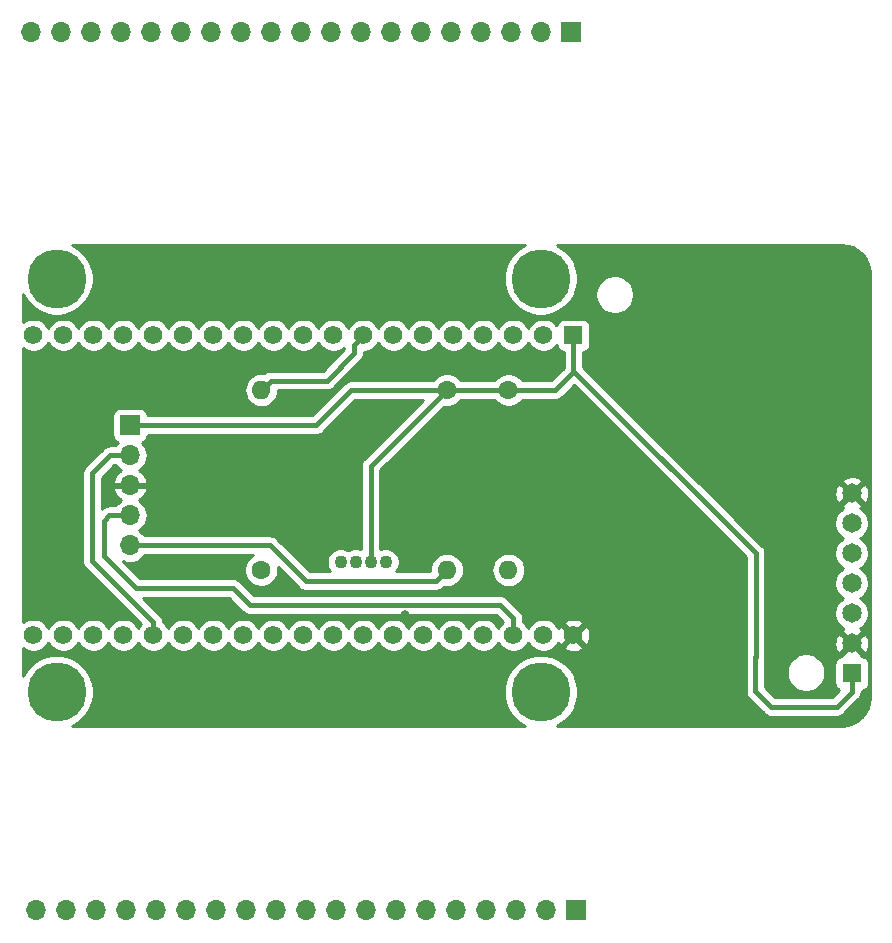
<source format=gbr>
G04 #@! TF.GenerationSoftware,KiCad,Pcbnew,(5.1.0)-1*
G04 #@! TF.CreationDate,2020-12-07T10:04:22+01:00*
G04 #@! TF.ProjectId,phyphox_CO2_Monitor,70687970-686f-4785-9f43-4f325f4d6f6e,rev?*
G04 #@! TF.SameCoordinates,Original*
G04 #@! TF.FileFunction,Copper,L2,Bot*
G04 #@! TF.FilePolarity,Positive*
%FSLAX46Y46*%
G04 Gerber Fmt 4.6, Leading zero omitted, Abs format (unit mm)*
G04 Created by KiCad (PCBNEW (5.1.0)-1) date 2020-12-07 10:04:22*
%MOMM*%
%LPD*%
G04 APERTURE LIST*
%ADD10C,5.000000*%
%ADD11O,1.700000X1.700000*%
%ADD12R,1.700000X1.700000*%
%ADD13R,1.560000X1.560000*%
%ADD14C,1.560000*%
%ADD15R,1.650000X1.650000*%
%ADD16C,1.650000*%
%ADD17C,1.100000*%
%ADD18C,1.600000*%
%ADD19O,1.600000X1.600000*%
%ADD20C,0.800000*%
%ADD21C,0.400000*%
%ADD22C,0.254000*%
G04 APERTURE END LIST*
D10*
X158264800Y-61199200D03*
X158264800Y-96199200D03*
X117264800Y-61199200D03*
X117264800Y-96199200D03*
D11*
X123484800Y-83779200D03*
X123484800Y-81239200D03*
X123484800Y-78699200D03*
X123484800Y-76159200D03*
D12*
X123484800Y-73619200D03*
D13*
X161024800Y-65999200D03*
D14*
X158484800Y-65999200D03*
X115304800Y-65999200D03*
X155944800Y-65999200D03*
X153404800Y-65999200D03*
X150864800Y-65999200D03*
X148324800Y-65999200D03*
X145784800Y-65999200D03*
X143244800Y-65999200D03*
X140704800Y-65999200D03*
X138164800Y-65999200D03*
X135624800Y-65999200D03*
X133084800Y-65999200D03*
X130544800Y-65999200D03*
X128004800Y-65999200D03*
X125464800Y-65999200D03*
X122924800Y-65999200D03*
X120384800Y-65999200D03*
X117844800Y-65999200D03*
X161024800Y-91399200D03*
X158484800Y-91399200D03*
X155944800Y-91399200D03*
X153404800Y-91399200D03*
X150864800Y-91399200D03*
X148324800Y-91399200D03*
X145784800Y-91399200D03*
X143244800Y-91399200D03*
X140704800Y-91399200D03*
X138164800Y-91399200D03*
X135624800Y-91399200D03*
X133084800Y-91399200D03*
X130544800Y-91399200D03*
X128004800Y-91399200D03*
X125464800Y-91399200D03*
X122924800Y-91399200D03*
X120384800Y-91399200D03*
X117844800Y-91399200D03*
X115304800Y-91399200D03*
D15*
X184584800Y-94629200D03*
D16*
X184584800Y-92089200D03*
X184584800Y-89549200D03*
X184584800Y-87009200D03*
X184584800Y-84469200D03*
X184584800Y-81929200D03*
X184584800Y-79389200D03*
D17*
X141304800Y-85199200D03*
X142574800Y-85199200D03*
X143844800Y-85199200D03*
X145114800Y-85199200D03*
D11*
X115544800Y-114699200D03*
X118084800Y-114699200D03*
X120624800Y-114699200D03*
X123164800Y-114699200D03*
X125704800Y-114699200D03*
X128244800Y-114699200D03*
X130784800Y-114699200D03*
X133324800Y-114699200D03*
X135864800Y-114699200D03*
X138404800Y-114699200D03*
X140944800Y-114699200D03*
X143484800Y-114699200D03*
X146024800Y-114699200D03*
X148564800Y-114699200D03*
X151104800Y-114699200D03*
X153644800Y-114699200D03*
X156184800Y-114699200D03*
X158724800Y-114699200D03*
D12*
X161264800Y-114699200D03*
D11*
X115124800Y-40333200D03*
X117664800Y-40333200D03*
X120204800Y-40333200D03*
X122744800Y-40333200D03*
X125284800Y-40333200D03*
X127824800Y-40333200D03*
X130364800Y-40333200D03*
X132904800Y-40333200D03*
X135444800Y-40333200D03*
X137984800Y-40333200D03*
X140524800Y-40333200D03*
X143064800Y-40333200D03*
X145604800Y-40333200D03*
X148144800Y-40333200D03*
X150684800Y-40333200D03*
X153224800Y-40333200D03*
X155764800Y-40333200D03*
X158304800Y-40333200D03*
D12*
X160844800Y-40333200D03*
D18*
X134597300Y-85874700D03*
D19*
X134597300Y-70634700D03*
D18*
X150317800Y-70624200D03*
D19*
X150317800Y-85864200D03*
X155524800Y-85864200D03*
D18*
X155524800Y-70624200D03*
D20*
X129264800Y-88949200D03*
X130764800Y-75699200D03*
X146764800Y-89699200D03*
X152857800Y-87199200D03*
X148764800Y-83699200D03*
X141264800Y-76699200D03*
X117264800Y-71199200D03*
D21*
X150317800Y-70624200D02*
X155524800Y-70624200D01*
X155524800Y-70624200D02*
X159499800Y-70624200D01*
X161024800Y-69099200D02*
X161024800Y-65999200D01*
X159499800Y-70624200D02*
X161024800Y-69099200D01*
X143844800Y-83104200D02*
X143844800Y-85199200D01*
X143844800Y-77097200D02*
X150317800Y-70624200D01*
X143844800Y-85199200D02*
X143844800Y-77097200D01*
X161024800Y-69023200D02*
X161024800Y-65999200D01*
X176444800Y-84443200D02*
X161024800Y-69023200D01*
X184584800Y-96173200D02*
X183304800Y-97453200D01*
X184584800Y-94629200D02*
X184584800Y-96173200D01*
X176444800Y-93201202D02*
X176444800Y-84443200D01*
X183304800Y-97453200D02*
X177754800Y-97453200D01*
X177754800Y-97453200D02*
X176434800Y-96133200D01*
X176434800Y-96133200D02*
X176434800Y-93211202D01*
X176434800Y-93211202D02*
X176444800Y-93201202D01*
X123484800Y-73619200D02*
X139232800Y-73619200D01*
X142227800Y-70624200D02*
X150317800Y-70624200D01*
X139232800Y-73619200D02*
X142227800Y-70624200D01*
X149354800Y-86827200D02*
X150317800Y-85864200D01*
X123484800Y-83779200D02*
X135344800Y-83779200D01*
X135344800Y-83779200D02*
X138392800Y-86827200D01*
X138392800Y-86827200D02*
X149354800Y-86827200D01*
X121724800Y-81239200D02*
X123484800Y-81239200D01*
X121264800Y-81699200D02*
X121724800Y-81239200D01*
X121264800Y-84699200D02*
X121264800Y-81699200D01*
X155944800Y-89950200D02*
X154817801Y-88823201D01*
X155944800Y-91399200D02*
X155944800Y-89950200D01*
X154817801Y-88823201D02*
X133608801Y-88823201D01*
X133608801Y-88823201D02*
X132184799Y-87399199D01*
X132184799Y-87399199D02*
X123964799Y-87399199D01*
X123964799Y-87399199D02*
X121264800Y-84699200D01*
X135397299Y-69834701D02*
X140129299Y-69834701D01*
X134597300Y-70634700D02*
X135397299Y-69834701D01*
X142464801Y-67499199D02*
X140129299Y-69834701D01*
X142464801Y-66779199D02*
X142464801Y-67499199D01*
X143244800Y-65999200D02*
X142464801Y-66779199D01*
X121804800Y-76159200D02*
X123484800Y-76159200D01*
X120264800Y-77699200D02*
X121804800Y-76159200D01*
X120264800Y-85096114D02*
X120264800Y-77699200D01*
X125464800Y-91399200D02*
X125464800Y-90296114D01*
X125464800Y-90296114D02*
X120264800Y-85096114D01*
D22*
G36*
X156779821Y-58420999D02*
G01*
X156266354Y-58764086D01*
X155829686Y-59200754D01*
X155486599Y-59714221D01*
X155250276Y-60284754D01*
X155129800Y-60890429D01*
X155129800Y-61507971D01*
X155250276Y-62113646D01*
X155486599Y-62684179D01*
X155829686Y-63197646D01*
X156266354Y-63634314D01*
X156779821Y-63977401D01*
X157350354Y-64213724D01*
X157956029Y-64334200D01*
X158573571Y-64334200D01*
X159179246Y-64213724D01*
X159749779Y-63977401D01*
X160263246Y-63634314D01*
X160699914Y-63197646D01*
X161043001Y-62684179D01*
X161165613Y-62388167D01*
X162879800Y-62388167D01*
X162879800Y-62710233D01*
X162942632Y-63026112D01*
X163065882Y-63323663D01*
X163244813Y-63591452D01*
X163472548Y-63819187D01*
X163740337Y-63998118D01*
X164037888Y-64121368D01*
X164353767Y-64184200D01*
X164675833Y-64184200D01*
X164991712Y-64121368D01*
X165289263Y-63998118D01*
X165557052Y-63819187D01*
X165784787Y-63591452D01*
X165963718Y-63323663D01*
X166086968Y-63026112D01*
X166149800Y-62710233D01*
X166149800Y-62388167D01*
X166086968Y-62072288D01*
X165963718Y-61774737D01*
X165784787Y-61506948D01*
X165557052Y-61279213D01*
X165289263Y-61100282D01*
X164991712Y-60977032D01*
X164675833Y-60914200D01*
X164353767Y-60914200D01*
X164037888Y-60977032D01*
X163740337Y-61100282D01*
X163472548Y-61279213D01*
X163244813Y-61506948D01*
X163065882Y-61774737D01*
X162942632Y-62072288D01*
X162879800Y-62388167D01*
X161165613Y-62388167D01*
X161279324Y-62113646D01*
X161399800Y-61507971D01*
X161399800Y-60890429D01*
X161279324Y-60284754D01*
X161043001Y-59714221D01*
X160699914Y-59200754D01*
X160263246Y-58764086D01*
X159749779Y-58420999D01*
X159600583Y-58359200D01*
X183732521Y-58359200D01*
X184218693Y-58406870D01*
X184655298Y-58538689D01*
X185057985Y-58752800D01*
X185411412Y-59041048D01*
X185702127Y-59392461D01*
X185919042Y-59793639D01*
X186053906Y-60229313D01*
X186104800Y-60713544D01*
X186104801Y-96666911D01*
X186057130Y-97153094D01*
X185925312Y-97589697D01*
X185711199Y-97992386D01*
X185422950Y-98345813D01*
X185071539Y-98636527D01*
X184670364Y-98853440D01*
X184234686Y-98988306D01*
X183750464Y-99039200D01*
X159600583Y-99039200D01*
X159749779Y-98977401D01*
X160263246Y-98634314D01*
X160699914Y-98197646D01*
X161043001Y-97684179D01*
X161279324Y-97113646D01*
X161399800Y-96507971D01*
X161399800Y-95890429D01*
X161279324Y-95284754D01*
X161043001Y-94714221D01*
X160699914Y-94200754D01*
X160263246Y-93764086D01*
X159749779Y-93420999D01*
X159179246Y-93184676D01*
X158573571Y-93064200D01*
X157956029Y-93064200D01*
X157350354Y-93184676D01*
X156779821Y-93420999D01*
X156266354Y-93764086D01*
X155829686Y-94200754D01*
X155486599Y-94714221D01*
X155250276Y-95284754D01*
X155129800Y-95890429D01*
X155129800Y-96507971D01*
X155250276Y-97113646D01*
X155486599Y-97684179D01*
X155829686Y-98197646D01*
X156266354Y-98634314D01*
X156779821Y-98977401D01*
X156929017Y-99039200D01*
X118600583Y-99039200D01*
X118749779Y-98977401D01*
X119263246Y-98634314D01*
X119699914Y-98197646D01*
X120043001Y-97684179D01*
X120279324Y-97113646D01*
X120399800Y-96507971D01*
X120399800Y-95890429D01*
X120279324Y-95284754D01*
X120043001Y-94714221D01*
X119699914Y-94200754D01*
X119263246Y-93764086D01*
X118749779Y-93420999D01*
X118179246Y-93184676D01*
X117573571Y-93064200D01*
X116956029Y-93064200D01*
X116350354Y-93184676D01*
X115779821Y-93420999D01*
X115266354Y-93764086D01*
X114829686Y-94200754D01*
X114486599Y-94714221D01*
X114424800Y-94863417D01*
X114424800Y-92513010D01*
X114634546Y-92653157D01*
X114892060Y-92759823D01*
X115165435Y-92814200D01*
X115444165Y-92814200D01*
X115717540Y-92759823D01*
X115975054Y-92653157D01*
X116206810Y-92498303D01*
X116403903Y-92301210D01*
X116558757Y-92069454D01*
X116574800Y-92030723D01*
X116590843Y-92069454D01*
X116745697Y-92301210D01*
X116942790Y-92498303D01*
X117174546Y-92653157D01*
X117432060Y-92759823D01*
X117705435Y-92814200D01*
X117984165Y-92814200D01*
X118257540Y-92759823D01*
X118515054Y-92653157D01*
X118746810Y-92498303D01*
X118943903Y-92301210D01*
X119098757Y-92069454D01*
X119114800Y-92030723D01*
X119130843Y-92069454D01*
X119285697Y-92301210D01*
X119482790Y-92498303D01*
X119714546Y-92653157D01*
X119972060Y-92759823D01*
X120245435Y-92814200D01*
X120524165Y-92814200D01*
X120797540Y-92759823D01*
X121055054Y-92653157D01*
X121286810Y-92498303D01*
X121483903Y-92301210D01*
X121638757Y-92069454D01*
X121654800Y-92030723D01*
X121670843Y-92069454D01*
X121825697Y-92301210D01*
X122022790Y-92498303D01*
X122254546Y-92653157D01*
X122512060Y-92759823D01*
X122785435Y-92814200D01*
X123064165Y-92814200D01*
X123337540Y-92759823D01*
X123595054Y-92653157D01*
X123826810Y-92498303D01*
X124023903Y-92301210D01*
X124178757Y-92069454D01*
X124194800Y-92030723D01*
X124210843Y-92069454D01*
X124365697Y-92301210D01*
X124562790Y-92498303D01*
X124794546Y-92653157D01*
X125052060Y-92759823D01*
X125325435Y-92814200D01*
X125604165Y-92814200D01*
X125877540Y-92759823D01*
X126135054Y-92653157D01*
X126366810Y-92498303D01*
X126563903Y-92301210D01*
X126718757Y-92069454D01*
X126734800Y-92030723D01*
X126750843Y-92069454D01*
X126905697Y-92301210D01*
X127102790Y-92498303D01*
X127334546Y-92653157D01*
X127592060Y-92759823D01*
X127865435Y-92814200D01*
X128144165Y-92814200D01*
X128417540Y-92759823D01*
X128675054Y-92653157D01*
X128906810Y-92498303D01*
X129103903Y-92301210D01*
X129258757Y-92069454D01*
X129274800Y-92030723D01*
X129290843Y-92069454D01*
X129445697Y-92301210D01*
X129642790Y-92498303D01*
X129874546Y-92653157D01*
X130132060Y-92759823D01*
X130405435Y-92814200D01*
X130684165Y-92814200D01*
X130957540Y-92759823D01*
X131215054Y-92653157D01*
X131446810Y-92498303D01*
X131643903Y-92301210D01*
X131798757Y-92069454D01*
X131814800Y-92030723D01*
X131830843Y-92069454D01*
X131985697Y-92301210D01*
X132182790Y-92498303D01*
X132414546Y-92653157D01*
X132672060Y-92759823D01*
X132945435Y-92814200D01*
X133224165Y-92814200D01*
X133497540Y-92759823D01*
X133755054Y-92653157D01*
X133986810Y-92498303D01*
X134183903Y-92301210D01*
X134338757Y-92069454D01*
X134354800Y-92030723D01*
X134370843Y-92069454D01*
X134525697Y-92301210D01*
X134722790Y-92498303D01*
X134954546Y-92653157D01*
X135212060Y-92759823D01*
X135485435Y-92814200D01*
X135764165Y-92814200D01*
X136037540Y-92759823D01*
X136295054Y-92653157D01*
X136526810Y-92498303D01*
X136723903Y-92301210D01*
X136878757Y-92069454D01*
X136894800Y-92030723D01*
X136910843Y-92069454D01*
X137065697Y-92301210D01*
X137262790Y-92498303D01*
X137494546Y-92653157D01*
X137752060Y-92759823D01*
X138025435Y-92814200D01*
X138304165Y-92814200D01*
X138577540Y-92759823D01*
X138835054Y-92653157D01*
X139066810Y-92498303D01*
X139263903Y-92301210D01*
X139418757Y-92069454D01*
X139434800Y-92030723D01*
X139450843Y-92069454D01*
X139605697Y-92301210D01*
X139802790Y-92498303D01*
X140034546Y-92653157D01*
X140292060Y-92759823D01*
X140565435Y-92814200D01*
X140844165Y-92814200D01*
X141117540Y-92759823D01*
X141375054Y-92653157D01*
X141606810Y-92498303D01*
X141803903Y-92301210D01*
X141958757Y-92069454D01*
X141974800Y-92030723D01*
X141990843Y-92069454D01*
X142145697Y-92301210D01*
X142342790Y-92498303D01*
X142574546Y-92653157D01*
X142832060Y-92759823D01*
X143105435Y-92814200D01*
X143384165Y-92814200D01*
X143657540Y-92759823D01*
X143915054Y-92653157D01*
X144146810Y-92498303D01*
X144343903Y-92301210D01*
X144498757Y-92069454D01*
X144514800Y-92030723D01*
X144530843Y-92069454D01*
X144685697Y-92301210D01*
X144882790Y-92498303D01*
X145114546Y-92653157D01*
X145372060Y-92759823D01*
X145645435Y-92814200D01*
X145924165Y-92814200D01*
X146197540Y-92759823D01*
X146455054Y-92653157D01*
X146686810Y-92498303D01*
X146883903Y-92301210D01*
X147038757Y-92069454D01*
X147054800Y-92030723D01*
X147070843Y-92069454D01*
X147225697Y-92301210D01*
X147422790Y-92498303D01*
X147654546Y-92653157D01*
X147912060Y-92759823D01*
X148185435Y-92814200D01*
X148464165Y-92814200D01*
X148737540Y-92759823D01*
X148995054Y-92653157D01*
X149226810Y-92498303D01*
X149423903Y-92301210D01*
X149578757Y-92069454D01*
X149594800Y-92030723D01*
X149610843Y-92069454D01*
X149765697Y-92301210D01*
X149962790Y-92498303D01*
X150194546Y-92653157D01*
X150452060Y-92759823D01*
X150725435Y-92814200D01*
X151004165Y-92814200D01*
X151277540Y-92759823D01*
X151535054Y-92653157D01*
X151766810Y-92498303D01*
X151963903Y-92301210D01*
X152118757Y-92069454D01*
X152134800Y-92030723D01*
X152150843Y-92069454D01*
X152305697Y-92301210D01*
X152502790Y-92498303D01*
X152734546Y-92653157D01*
X152992060Y-92759823D01*
X153265435Y-92814200D01*
X153544165Y-92814200D01*
X153817540Y-92759823D01*
X154075054Y-92653157D01*
X154306810Y-92498303D01*
X154503903Y-92301210D01*
X154658757Y-92069454D01*
X154674800Y-92030723D01*
X154690843Y-92069454D01*
X154845697Y-92301210D01*
X155042790Y-92498303D01*
X155274546Y-92653157D01*
X155532060Y-92759823D01*
X155805435Y-92814200D01*
X156084165Y-92814200D01*
X156357540Y-92759823D01*
X156615054Y-92653157D01*
X156846810Y-92498303D01*
X157043903Y-92301210D01*
X157198757Y-92069454D01*
X157214800Y-92030723D01*
X157230843Y-92069454D01*
X157385697Y-92301210D01*
X157582790Y-92498303D01*
X157814546Y-92653157D01*
X158072060Y-92759823D01*
X158345435Y-92814200D01*
X158624165Y-92814200D01*
X158897540Y-92759823D01*
X159155054Y-92653157D01*
X159386810Y-92498303D01*
X159507492Y-92377621D01*
X160225984Y-92377621D01*
X160295145Y-92619549D01*
X160547243Y-92738448D01*
X160817694Y-92805881D01*
X161096103Y-92819257D01*
X161371772Y-92778060D01*
X161634108Y-92683875D01*
X161754455Y-92619549D01*
X161823616Y-92377621D01*
X161024800Y-91578805D01*
X160225984Y-92377621D01*
X159507492Y-92377621D01*
X159583903Y-92301210D01*
X159738757Y-92069454D01*
X159753577Y-92033675D01*
X159804451Y-92128855D01*
X160046379Y-92198016D01*
X160845195Y-91399200D01*
X161204405Y-91399200D01*
X162003221Y-92198016D01*
X162245149Y-92128855D01*
X162364048Y-91876757D01*
X162431481Y-91606306D01*
X162444857Y-91327897D01*
X162403660Y-91052228D01*
X162309475Y-90789892D01*
X162245149Y-90669545D01*
X162003221Y-90600384D01*
X161204405Y-91399200D01*
X160845195Y-91399200D01*
X160046379Y-90600384D01*
X159804451Y-90669545D01*
X159756375Y-90771479D01*
X159738757Y-90728946D01*
X159583903Y-90497190D01*
X159507492Y-90420779D01*
X160225984Y-90420779D01*
X161024800Y-91219595D01*
X161823616Y-90420779D01*
X161754455Y-90178851D01*
X161502357Y-90059952D01*
X161231906Y-89992519D01*
X160953497Y-89979143D01*
X160677828Y-90020340D01*
X160415492Y-90114525D01*
X160295145Y-90178851D01*
X160225984Y-90420779D01*
X159507492Y-90420779D01*
X159386810Y-90300097D01*
X159155054Y-90145243D01*
X158897540Y-90038577D01*
X158624165Y-89984200D01*
X158345435Y-89984200D01*
X158072060Y-90038577D01*
X157814546Y-90145243D01*
X157582790Y-90300097D01*
X157385697Y-90497190D01*
X157230843Y-90728946D01*
X157214800Y-90767677D01*
X157198757Y-90728946D01*
X157043903Y-90497190D01*
X156846810Y-90300097D01*
X156779800Y-90255322D01*
X156779800Y-89991207D01*
X156783839Y-89950199D01*
X156779800Y-89909191D01*
X156779800Y-89909181D01*
X156767718Y-89786511D01*
X156719972Y-89629113D01*
X156642436Y-89484054D01*
X156538091Y-89356909D01*
X156506226Y-89330758D01*
X155437247Y-88261780D01*
X155411092Y-88229910D01*
X155283947Y-88125565D01*
X155138888Y-88048029D01*
X154981490Y-88000283D01*
X154858820Y-87988201D01*
X154858819Y-87988201D01*
X154817801Y-87984161D01*
X154776783Y-87988201D01*
X133954670Y-87988201D01*
X132804245Y-86837777D01*
X132778090Y-86805908D01*
X132650945Y-86701563D01*
X132505886Y-86624027D01*
X132348488Y-86576281D01*
X132225818Y-86564199D01*
X132225817Y-86564199D01*
X132184799Y-86560159D01*
X132143781Y-86564199D01*
X124310667Y-86564199D01*
X122893358Y-85146891D01*
X122913766Y-85157799D01*
X123193689Y-85242713D01*
X123411850Y-85264200D01*
X123557750Y-85264200D01*
X123775911Y-85242713D01*
X124055834Y-85157799D01*
X124313814Y-85019906D01*
X124539934Y-84834334D01*
X124720593Y-84614200D01*
X133900841Y-84614200D01*
X133682541Y-84760063D01*
X133482663Y-84959941D01*
X133325620Y-85194973D01*
X133217447Y-85456126D01*
X133162300Y-85733365D01*
X133162300Y-86016035D01*
X133217447Y-86293274D01*
X133325620Y-86554427D01*
X133482663Y-86789459D01*
X133682541Y-86989337D01*
X133917573Y-87146380D01*
X134178726Y-87254553D01*
X134455965Y-87309700D01*
X134738635Y-87309700D01*
X135015874Y-87254553D01*
X135277027Y-87146380D01*
X135512059Y-86989337D01*
X135711937Y-86789459D01*
X135868980Y-86554427D01*
X135977153Y-86293274D01*
X136032300Y-86016035D01*
X136032300Y-85733365D01*
X136010996Y-85626264D01*
X137773363Y-87388632D01*
X137799509Y-87420491D01*
X137831368Y-87446637D01*
X137831370Y-87446639D01*
X137926654Y-87524836D01*
X138071713Y-87602372D01*
X138229111Y-87650118D01*
X138392800Y-87666240D01*
X138433818Y-87662200D01*
X149313782Y-87662200D01*
X149354800Y-87666240D01*
X149395818Y-87662200D01*
X149395819Y-87662200D01*
X149518489Y-87650118D01*
X149675887Y-87602372D01*
X149820946Y-87524836D01*
X149948091Y-87420491D01*
X149974245Y-87388622D01*
X150080133Y-87282734D01*
X150247308Y-87299200D01*
X150388292Y-87299200D01*
X150599109Y-87278436D01*
X150869608Y-87196382D01*
X151118901Y-87063132D01*
X151337408Y-86883808D01*
X151516732Y-86665301D01*
X151649982Y-86416008D01*
X151732036Y-86145509D01*
X151759743Y-85864200D01*
X154082857Y-85864200D01*
X154110564Y-86145509D01*
X154192618Y-86416008D01*
X154325868Y-86665301D01*
X154505192Y-86883808D01*
X154723699Y-87063132D01*
X154972992Y-87196382D01*
X155243491Y-87278436D01*
X155454308Y-87299200D01*
X155595292Y-87299200D01*
X155806109Y-87278436D01*
X156076608Y-87196382D01*
X156325901Y-87063132D01*
X156544408Y-86883808D01*
X156723732Y-86665301D01*
X156856982Y-86416008D01*
X156939036Y-86145509D01*
X156966743Y-85864200D01*
X156939036Y-85582891D01*
X156856982Y-85312392D01*
X156723732Y-85063099D01*
X156544408Y-84844592D01*
X156325901Y-84665268D01*
X156076608Y-84532018D01*
X155806109Y-84449964D01*
X155595292Y-84429200D01*
X155454308Y-84429200D01*
X155243491Y-84449964D01*
X154972992Y-84532018D01*
X154723699Y-84665268D01*
X154505192Y-84844592D01*
X154325868Y-85063099D01*
X154192618Y-85312392D01*
X154110564Y-85582891D01*
X154082857Y-85864200D01*
X151759743Y-85864200D01*
X151732036Y-85582891D01*
X151649982Y-85312392D01*
X151516732Y-85063099D01*
X151337408Y-84844592D01*
X151118901Y-84665268D01*
X150869608Y-84532018D01*
X150599109Y-84449964D01*
X150388292Y-84429200D01*
X150247308Y-84429200D01*
X150036491Y-84449964D01*
X149765992Y-84532018D01*
X149516699Y-84665268D01*
X149298192Y-84844592D01*
X149118868Y-85063099D01*
X148985618Y-85312392D01*
X148903564Y-85582891D01*
X148875857Y-85864200D01*
X148888464Y-85992200D01*
X145997644Y-85992200D01*
X146035250Y-85954594D01*
X146164934Y-85760508D01*
X146254261Y-85544852D01*
X146299800Y-85315912D01*
X146299800Y-85082488D01*
X146254261Y-84853548D01*
X146164934Y-84637892D01*
X146035250Y-84443806D01*
X145870194Y-84278750D01*
X145676108Y-84149066D01*
X145460452Y-84059739D01*
X145231512Y-84014200D01*
X144998088Y-84014200D01*
X144769148Y-84059739D01*
X144679800Y-84096748D01*
X144679800Y-77443067D01*
X150082382Y-72040486D01*
X150176465Y-72059200D01*
X150459135Y-72059200D01*
X150736374Y-72004053D01*
X150997527Y-71895880D01*
X151232559Y-71738837D01*
X151432437Y-71538959D01*
X151485730Y-71459200D01*
X154356870Y-71459200D01*
X154410163Y-71538959D01*
X154610041Y-71738837D01*
X154845073Y-71895880D01*
X155106226Y-72004053D01*
X155383465Y-72059200D01*
X155666135Y-72059200D01*
X155943374Y-72004053D01*
X156204527Y-71895880D01*
X156439559Y-71738837D01*
X156639437Y-71538959D01*
X156692730Y-71459200D01*
X159458782Y-71459200D01*
X159499800Y-71463240D01*
X159540818Y-71459200D01*
X159540819Y-71459200D01*
X159663489Y-71447118D01*
X159820887Y-71399372D01*
X159965946Y-71321836D01*
X160093091Y-71217491D01*
X160119246Y-71185622D01*
X161062801Y-70242068D01*
X175609801Y-84789069D01*
X175609800Y-93068653D01*
X175595760Y-93211202D01*
X175599801Y-93252230D01*
X175599800Y-96092181D01*
X175595760Y-96133200D01*
X175599800Y-96174218D01*
X175611882Y-96296888D01*
X175659628Y-96454286D01*
X175737164Y-96599345D01*
X175841509Y-96726491D01*
X175873378Y-96752646D01*
X177135363Y-98014632D01*
X177161509Y-98046491D01*
X177193368Y-98072637D01*
X177193370Y-98072639D01*
X177288654Y-98150836D01*
X177433713Y-98228372D01*
X177591111Y-98276118D01*
X177754800Y-98292240D01*
X177795818Y-98288200D01*
X183263782Y-98288200D01*
X183304800Y-98292240D01*
X183345818Y-98288200D01*
X183345819Y-98288200D01*
X183468489Y-98276118D01*
X183625887Y-98228372D01*
X183770946Y-98150836D01*
X183898091Y-98046491D01*
X183924246Y-98014621D01*
X185146226Y-96792642D01*
X185178091Y-96766491D01*
X185282436Y-96639346D01*
X185359972Y-96494287D01*
X185407718Y-96336889D01*
X185419800Y-96214219D01*
X185419800Y-96214209D01*
X185423839Y-96173201D01*
X185419800Y-96132193D01*
X185419800Y-96091287D01*
X185534282Y-96080012D01*
X185653980Y-96043702D01*
X185764294Y-95984737D01*
X185860985Y-95905385D01*
X185940337Y-95808694D01*
X185999302Y-95698380D01*
X186035612Y-95578682D01*
X186047872Y-95454200D01*
X186047872Y-93804200D01*
X186035612Y-93679718D01*
X185999302Y-93560020D01*
X185940337Y-93449706D01*
X185860985Y-93353015D01*
X185764294Y-93273663D01*
X185653980Y-93214698D01*
X185534282Y-93178388D01*
X185409800Y-93166128D01*
X185395657Y-93166128D01*
X185415746Y-93099751D01*
X184584800Y-92268805D01*
X183753854Y-93099751D01*
X183773943Y-93166128D01*
X183759800Y-93166128D01*
X183635318Y-93178388D01*
X183515620Y-93214698D01*
X183405306Y-93273663D01*
X183308615Y-93353015D01*
X183229263Y-93449706D01*
X183170298Y-93560020D01*
X183133988Y-93679718D01*
X183121728Y-93804200D01*
X183121728Y-95454200D01*
X183133988Y-95578682D01*
X183170298Y-95698380D01*
X183229263Y-95808694D01*
X183308615Y-95905385D01*
X183405306Y-95984737D01*
X183515620Y-96043702D01*
X183529285Y-96047847D01*
X182958933Y-96618200D01*
X178100669Y-96618200D01*
X177269800Y-95787333D01*
X177269800Y-94388167D01*
X179079800Y-94388167D01*
X179079800Y-94710233D01*
X179142632Y-95026112D01*
X179265882Y-95323663D01*
X179444813Y-95591452D01*
X179672548Y-95819187D01*
X179940337Y-95998118D01*
X180237888Y-96121368D01*
X180553767Y-96184200D01*
X180875833Y-96184200D01*
X181191712Y-96121368D01*
X181489263Y-95998118D01*
X181757052Y-95819187D01*
X181984787Y-95591452D01*
X182163718Y-95323663D01*
X182286968Y-95026112D01*
X182349800Y-94710233D01*
X182349800Y-94388167D01*
X182286968Y-94072288D01*
X182163718Y-93774737D01*
X181984787Y-93506948D01*
X181757052Y-93279213D01*
X181489263Y-93100282D01*
X181191712Y-92977032D01*
X180875833Y-92914200D01*
X180553767Y-92914200D01*
X180237888Y-92977032D01*
X179940337Y-93100282D01*
X179672548Y-93279213D01*
X179444813Y-93506948D01*
X179265882Y-93774737D01*
X179142632Y-94072288D01*
X179079800Y-94388167D01*
X177269800Y-94388167D01*
X177269800Y-93343752D01*
X177279800Y-93242221D01*
X177279800Y-93242220D01*
X177283840Y-93201203D01*
X177279800Y-93160184D01*
X177279800Y-92158721D01*
X183119383Y-92158721D01*
X183161103Y-92443274D01*
X183257535Y-92714220D01*
X183327727Y-92845537D01*
X183574249Y-92920146D01*
X184405195Y-92089200D01*
X184764405Y-92089200D01*
X185595351Y-92920146D01*
X185841873Y-92845537D01*
X185965273Y-92585761D01*
X186035623Y-92306903D01*
X186050217Y-92019679D01*
X186008497Y-91735126D01*
X185912065Y-91464180D01*
X185841873Y-91332863D01*
X185595351Y-91258254D01*
X184764405Y-92089200D01*
X184405195Y-92089200D01*
X183574249Y-91258254D01*
X183327727Y-91332863D01*
X183204327Y-91592639D01*
X183133977Y-91871497D01*
X183119383Y-92158721D01*
X177279800Y-92158721D01*
X177279800Y-84484218D01*
X177283840Y-84443199D01*
X177267718Y-84279511D01*
X177219972Y-84122113D01*
X177142436Y-83977054D01*
X177038091Y-83849909D01*
X177006227Y-83823759D01*
X174967871Y-81785403D01*
X183124800Y-81785403D01*
X183124800Y-82072997D01*
X183180907Y-82355066D01*
X183290965Y-82620769D01*
X183450744Y-82859896D01*
X183654104Y-83063256D01*
X183857559Y-83199200D01*
X183654104Y-83335144D01*
X183450744Y-83538504D01*
X183290965Y-83777631D01*
X183180907Y-84043334D01*
X183124800Y-84325403D01*
X183124800Y-84612997D01*
X183180907Y-84895066D01*
X183290965Y-85160769D01*
X183450744Y-85399896D01*
X183654104Y-85603256D01*
X183857559Y-85739200D01*
X183654104Y-85875144D01*
X183450744Y-86078504D01*
X183290965Y-86317631D01*
X183180907Y-86583334D01*
X183124800Y-86865403D01*
X183124800Y-87152997D01*
X183180907Y-87435066D01*
X183290965Y-87700769D01*
X183450744Y-87939896D01*
X183654104Y-88143256D01*
X183857559Y-88279200D01*
X183654104Y-88415144D01*
X183450744Y-88618504D01*
X183290965Y-88857631D01*
X183180907Y-89123334D01*
X183124800Y-89405403D01*
X183124800Y-89692997D01*
X183180907Y-89975066D01*
X183290965Y-90240769D01*
X183450744Y-90479896D01*
X183654104Y-90683256D01*
X183855376Y-90817741D01*
X183828463Y-90832127D01*
X183753854Y-91078649D01*
X184584800Y-91909595D01*
X185415746Y-91078649D01*
X185341137Y-90832127D01*
X185312823Y-90818677D01*
X185515496Y-90683256D01*
X185718856Y-90479896D01*
X185878635Y-90240769D01*
X185988693Y-89975066D01*
X186044800Y-89692997D01*
X186044800Y-89405403D01*
X185988693Y-89123334D01*
X185878635Y-88857631D01*
X185718856Y-88618504D01*
X185515496Y-88415144D01*
X185312041Y-88279200D01*
X185515496Y-88143256D01*
X185718856Y-87939896D01*
X185878635Y-87700769D01*
X185988693Y-87435066D01*
X186044800Y-87152997D01*
X186044800Y-86865403D01*
X185988693Y-86583334D01*
X185878635Y-86317631D01*
X185718856Y-86078504D01*
X185515496Y-85875144D01*
X185312041Y-85739200D01*
X185515496Y-85603256D01*
X185718856Y-85399896D01*
X185878635Y-85160769D01*
X185988693Y-84895066D01*
X186044800Y-84612997D01*
X186044800Y-84325403D01*
X185988693Y-84043334D01*
X185878635Y-83777631D01*
X185718856Y-83538504D01*
X185515496Y-83335144D01*
X185312041Y-83199200D01*
X185515496Y-83063256D01*
X185718856Y-82859896D01*
X185878635Y-82620769D01*
X185988693Y-82355066D01*
X186044800Y-82072997D01*
X186044800Y-81785403D01*
X185988693Y-81503334D01*
X185878635Y-81237631D01*
X185718856Y-80998504D01*
X185515496Y-80795144D01*
X185314224Y-80660659D01*
X185341137Y-80646273D01*
X185415746Y-80399751D01*
X184584800Y-79568805D01*
X183753854Y-80399751D01*
X183828463Y-80646273D01*
X183856777Y-80659723D01*
X183654104Y-80795144D01*
X183450744Y-80998504D01*
X183290965Y-81237631D01*
X183180907Y-81503334D01*
X183124800Y-81785403D01*
X174967871Y-81785403D01*
X172641189Y-79458721D01*
X183119383Y-79458721D01*
X183161103Y-79743274D01*
X183257535Y-80014220D01*
X183327727Y-80145537D01*
X183574249Y-80220146D01*
X184405195Y-79389200D01*
X184764405Y-79389200D01*
X185595351Y-80220146D01*
X185841873Y-80145537D01*
X185965273Y-79885761D01*
X186035623Y-79606903D01*
X186050217Y-79319679D01*
X186008497Y-79035126D01*
X185912065Y-78764180D01*
X185841873Y-78632863D01*
X185595351Y-78558254D01*
X184764405Y-79389200D01*
X184405195Y-79389200D01*
X183574249Y-78558254D01*
X183327727Y-78632863D01*
X183204327Y-78892639D01*
X183133977Y-79171497D01*
X183119383Y-79458721D01*
X172641189Y-79458721D01*
X171561117Y-78378649D01*
X183753854Y-78378649D01*
X184584800Y-79209595D01*
X185415746Y-78378649D01*
X185341137Y-78132127D01*
X185081361Y-78008727D01*
X184802503Y-77938377D01*
X184515279Y-77923783D01*
X184230726Y-77965503D01*
X183959780Y-78061935D01*
X183828463Y-78132127D01*
X183753854Y-78378649D01*
X171561117Y-78378649D01*
X161859800Y-68677333D01*
X161859800Y-67411855D01*
X161929282Y-67405012D01*
X162048980Y-67368702D01*
X162159294Y-67309737D01*
X162255985Y-67230385D01*
X162335337Y-67133694D01*
X162394302Y-67023380D01*
X162430612Y-66903682D01*
X162442872Y-66779200D01*
X162442872Y-65219200D01*
X162430612Y-65094718D01*
X162394302Y-64975020D01*
X162335337Y-64864706D01*
X162255985Y-64768015D01*
X162159294Y-64688663D01*
X162048980Y-64629698D01*
X161929282Y-64593388D01*
X161804800Y-64581128D01*
X160244800Y-64581128D01*
X160120318Y-64593388D01*
X160000620Y-64629698D01*
X159890306Y-64688663D01*
X159793615Y-64768015D01*
X159714263Y-64864706D01*
X159655298Y-64975020D01*
X159618988Y-65094718D01*
X159614269Y-65142636D01*
X159583903Y-65097190D01*
X159386810Y-64900097D01*
X159155054Y-64745243D01*
X158897540Y-64638577D01*
X158624165Y-64584200D01*
X158345435Y-64584200D01*
X158072060Y-64638577D01*
X157814546Y-64745243D01*
X157582790Y-64900097D01*
X157385697Y-65097190D01*
X157230843Y-65328946D01*
X157214800Y-65367677D01*
X157198757Y-65328946D01*
X157043903Y-65097190D01*
X156846810Y-64900097D01*
X156615054Y-64745243D01*
X156357540Y-64638577D01*
X156084165Y-64584200D01*
X155805435Y-64584200D01*
X155532060Y-64638577D01*
X155274546Y-64745243D01*
X155042790Y-64900097D01*
X154845697Y-65097190D01*
X154690843Y-65328946D01*
X154674800Y-65367677D01*
X154658757Y-65328946D01*
X154503903Y-65097190D01*
X154306810Y-64900097D01*
X154075054Y-64745243D01*
X153817540Y-64638577D01*
X153544165Y-64584200D01*
X153265435Y-64584200D01*
X152992060Y-64638577D01*
X152734546Y-64745243D01*
X152502790Y-64900097D01*
X152305697Y-65097190D01*
X152150843Y-65328946D01*
X152134800Y-65367677D01*
X152118757Y-65328946D01*
X151963903Y-65097190D01*
X151766810Y-64900097D01*
X151535054Y-64745243D01*
X151277540Y-64638577D01*
X151004165Y-64584200D01*
X150725435Y-64584200D01*
X150452060Y-64638577D01*
X150194546Y-64745243D01*
X149962790Y-64900097D01*
X149765697Y-65097190D01*
X149610843Y-65328946D01*
X149594800Y-65367677D01*
X149578757Y-65328946D01*
X149423903Y-65097190D01*
X149226810Y-64900097D01*
X148995054Y-64745243D01*
X148737540Y-64638577D01*
X148464165Y-64584200D01*
X148185435Y-64584200D01*
X147912060Y-64638577D01*
X147654546Y-64745243D01*
X147422790Y-64900097D01*
X147225697Y-65097190D01*
X147070843Y-65328946D01*
X147054800Y-65367677D01*
X147038757Y-65328946D01*
X146883903Y-65097190D01*
X146686810Y-64900097D01*
X146455054Y-64745243D01*
X146197540Y-64638577D01*
X145924165Y-64584200D01*
X145645435Y-64584200D01*
X145372060Y-64638577D01*
X145114546Y-64745243D01*
X144882790Y-64900097D01*
X144685697Y-65097190D01*
X144530843Y-65328946D01*
X144514800Y-65367677D01*
X144498757Y-65328946D01*
X144343903Y-65097190D01*
X144146810Y-64900097D01*
X143915054Y-64745243D01*
X143657540Y-64638577D01*
X143384165Y-64584200D01*
X143105435Y-64584200D01*
X142832060Y-64638577D01*
X142574546Y-64745243D01*
X142342790Y-64900097D01*
X142145697Y-65097190D01*
X141990843Y-65328946D01*
X141974800Y-65367677D01*
X141958757Y-65328946D01*
X141803903Y-65097190D01*
X141606810Y-64900097D01*
X141375054Y-64745243D01*
X141117540Y-64638577D01*
X140844165Y-64584200D01*
X140565435Y-64584200D01*
X140292060Y-64638577D01*
X140034546Y-64745243D01*
X139802790Y-64900097D01*
X139605697Y-65097190D01*
X139450843Y-65328946D01*
X139434800Y-65367677D01*
X139418757Y-65328946D01*
X139263903Y-65097190D01*
X139066810Y-64900097D01*
X138835054Y-64745243D01*
X138577540Y-64638577D01*
X138304165Y-64584200D01*
X138025435Y-64584200D01*
X137752060Y-64638577D01*
X137494546Y-64745243D01*
X137262790Y-64900097D01*
X137065697Y-65097190D01*
X136910843Y-65328946D01*
X136894800Y-65367677D01*
X136878757Y-65328946D01*
X136723903Y-65097190D01*
X136526810Y-64900097D01*
X136295054Y-64745243D01*
X136037540Y-64638577D01*
X135764165Y-64584200D01*
X135485435Y-64584200D01*
X135212060Y-64638577D01*
X134954546Y-64745243D01*
X134722790Y-64900097D01*
X134525697Y-65097190D01*
X134370843Y-65328946D01*
X134354800Y-65367677D01*
X134338757Y-65328946D01*
X134183903Y-65097190D01*
X133986810Y-64900097D01*
X133755054Y-64745243D01*
X133497540Y-64638577D01*
X133224165Y-64584200D01*
X132945435Y-64584200D01*
X132672060Y-64638577D01*
X132414546Y-64745243D01*
X132182790Y-64900097D01*
X131985697Y-65097190D01*
X131830843Y-65328946D01*
X131814800Y-65367677D01*
X131798757Y-65328946D01*
X131643903Y-65097190D01*
X131446810Y-64900097D01*
X131215054Y-64745243D01*
X130957540Y-64638577D01*
X130684165Y-64584200D01*
X130405435Y-64584200D01*
X130132060Y-64638577D01*
X129874546Y-64745243D01*
X129642790Y-64900097D01*
X129445697Y-65097190D01*
X129290843Y-65328946D01*
X129274800Y-65367677D01*
X129258757Y-65328946D01*
X129103903Y-65097190D01*
X128906810Y-64900097D01*
X128675054Y-64745243D01*
X128417540Y-64638577D01*
X128144165Y-64584200D01*
X127865435Y-64584200D01*
X127592060Y-64638577D01*
X127334546Y-64745243D01*
X127102790Y-64900097D01*
X126905697Y-65097190D01*
X126750843Y-65328946D01*
X126734800Y-65367677D01*
X126718757Y-65328946D01*
X126563903Y-65097190D01*
X126366810Y-64900097D01*
X126135054Y-64745243D01*
X125877540Y-64638577D01*
X125604165Y-64584200D01*
X125325435Y-64584200D01*
X125052060Y-64638577D01*
X124794546Y-64745243D01*
X124562790Y-64900097D01*
X124365697Y-65097190D01*
X124210843Y-65328946D01*
X124194800Y-65367677D01*
X124178757Y-65328946D01*
X124023903Y-65097190D01*
X123826810Y-64900097D01*
X123595054Y-64745243D01*
X123337540Y-64638577D01*
X123064165Y-64584200D01*
X122785435Y-64584200D01*
X122512060Y-64638577D01*
X122254546Y-64745243D01*
X122022790Y-64900097D01*
X121825697Y-65097190D01*
X121670843Y-65328946D01*
X121654800Y-65367677D01*
X121638757Y-65328946D01*
X121483903Y-65097190D01*
X121286810Y-64900097D01*
X121055054Y-64745243D01*
X120797540Y-64638577D01*
X120524165Y-64584200D01*
X120245435Y-64584200D01*
X119972060Y-64638577D01*
X119714546Y-64745243D01*
X119482790Y-64900097D01*
X119285697Y-65097190D01*
X119130843Y-65328946D01*
X119114800Y-65367677D01*
X119098757Y-65328946D01*
X118943903Y-65097190D01*
X118746810Y-64900097D01*
X118515054Y-64745243D01*
X118257540Y-64638577D01*
X117984165Y-64584200D01*
X117705435Y-64584200D01*
X117432060Y-64638577D01*
X117174546Y-64745243D01*
X116942790Y-64900097D01*
X116745697Y-65097190D01*
X116590843Y-65328946D01*
X116574800Y-65367677D01*
X116558757Y-65328946D01*
X116403903Y-65097190D01*
X116206810Y-64900097D01*
X115975054Y-64745243D01*
X115717540Y-64638577D01*
X115444165Y-64584200D01*
X115165435Y-64584200D01*
X114892060Y-64638577D01*
X114634546Y-64745243D01*
X114424800Y-64885390D01*
X114424800Y-62534983D01*
X114486599Y-62684179D01*
X114829686Y-63197646D01*
X115266354Y-63634314D01*
X115779821Y-63977401D01*
X116350354Y-64213724D01*
X116956029Y-64334200D01*
X117573571Y-64334200D01*
X118179246Y-64213724D01*
X118749779Y-63977401D01*
X119263246Y-63634314D01*
X119699914Y-63197646D01*
X120043001Y-62684179D01*
X120279324Y-62113646D01*
X120399800Y-61507971D01*
X120399800Y-60890429D01*
X120279324Y-60284754D01*
X120043001Y-59714221D01*
X119699914Y-59200754D01*
X119263246Y-58764086D01*
X118749779Y-58420999D01*
X118600583Y-58359200D01*
X156929017Y-58359200D01*
X156779821Y-58420999D01*
X156779821Y-58420999D01*
G37*
X156779821Y-58420999D02*
X156266354Y-58764086D01*
X155829686Y-59200754D01*
X155486599Y-59714221D01*
X155250276Y-60284754D01*
X155129800Y-60890429D01*
X155129800Y-61507971D01*
X155250276Y-62113646D01*
X155486599Y-62684179D01*
X155829686Y-63197646D01*
X156266354Y-63634314D01*
X156779821Y-63977401D01*
X157350354Y-64213724D01*
X157956029Y-64334200D01*
X158573571Y-64334200D01*
X159179246Y-64213724D01*
X159749779Y-63977401D01*
X160263246Y-63634314D01*
X160699914Y-63197646D01*
X161043001Y-62684179D01*
X161165613Y-62388167D01*
X162879800Y-62388167D01*
X162879800Y-62710233D01*
X162942632Y-63026112D01*
X163065882Y-63323663D01*
X163244813Y-63591452D01*
X163472548Y-63819187D01*
X163740337Y-63998118D01*
X164037888Y-64121368D01*
X164353767Y-64184200D01*
X164675833Y-64184200D01*
X164991712Y-64121368D01*
X165289263Y-63998118D01*
X165557052Y-63819187D01*
X165784787Y-63591452D01*
X165963718Y-63323663D01*
X166086968Y-63026112D01*
X166149800Y-62710233D01*
X166149800Y-62388167D01*
X166086968Y-62072288D01*
X165963718Y-61774737D01*
X165784787Y-61506948D01*
X165557052Y-61279213D01*
X165289263Y-61100282D01*
X164991712Y-60977032D01*
X164675833Y-60914200D01*
X164353767Y-60914200D01*
X164037888Y-60977032D01*
X163740337Y-61100282D01*
X163472548Y-61279213D01*
X163244813Y-61506948D01*
X163065882Y-61774737D01*
X162942632Y-62072288D01*
X162879800Y-62388167D01*
X161165613Y-62388167D01*
X161279324Y-62113646D01*
X161399800Y-61507971D01*
X161399800Y-60890429D01*
X161279324Y-60284754D01*
X161043001Y-59714221D01*
X160699914Y-59200754D01*
X160263246Y-58764086D01*
X159749779Y-58420999D01*
X159600583Y-58359200D01*
X183732521Y-58359200D01*
X184218693Y-58406870D01*
X184655298Y-58538689D01*
X185057985Y-58752800D01*
X185411412Y-59041048D01*
X185702127Y-59392461D01*
X185919042Y-59793639D01*
X186053906Y-60229313D01*
X186104800Y-60713544D01*
X186104801Y-96666911D01*
X186057130Y-97153094D01*
X185925312Y-97589697D01*
X185711199Y-97992386D01*
X185422950Y-98345813D01*
X185071539Y-98636527D01*
X184670364Y-98853440D01*
X184234686Y-98988306D01*
X183750464Y-99039200D01*
X159600583Y-99039200D01*
X159749779Y-98977401D01*
X160263246Y-98634314D01*
X160699914Y-98197646D01*
X161043001Y-97684179D01*
X161279324Y-97113646D01*
X161399800Y-96507971D01*
X161399800Y-95890429D01*
X161279324Y-95284754D01*
X161043001Y-94714221D01*
X160699914Y-94200754D01*
X160263246Y-93764086D01*
X159749779Y-93420999D01*
X159179246Y-93184676D01*
X158573571Y-93064200D01*
X157956029Y-93064200D01*
X157350354Y-93184676D01*
X156779821Y-93420999D01*
X156266354Y-93764086D01*
X155829686Y-94200754D01*
X155486599Y-94714221D01*
X155250276Y-95284754D01*
X155129800Y-95890429D01*
X155129800Y-96507971D01*
X155250276Y-97113646D01*
X155486599Y-97684179D01*
X155829686Y-98197646D01*
X156266354Y-98634314D01*
X156779821Y-98977401D01*
X156929017Y-99039200D01*
X118600583Y-99039200D01*
X118749779Y-98977401D01*
X119263246Y-98634314D01*
X119699914Y-98197646D01*
X120043001Y-97684179D01*
X120279324Y-97113646D01*
X120399800Y-96507971D01*
X120399800Y-95890429D01*
X120279324Y-95284754D01*
X120043001Y-94714221D01*
X119699914Y-94200754D01*
X119263246Y-93764086D01*
X118749779Y-93420999D01*
X118179246Y-93184676D01*
X117573571Y-93064200D01*
X116956029Y-93064200D01*
X116350354Y-93184676D01*
X115779821Y-93420999D01*
X115266354Y-93764086D01*
X114829686Y-94200754D01*
X114486599Y-94714221D01*
X114424800Y-94863417D01*
X114424800Y-92513010D01*
X114634546Y-92653157D01*
X114892060Y-92759823D01*
X115165435Y-92814200D01*
X115444165Y-92814200D01*
X115717540Y-92759823D01*
X115975054Y-92653157D01*
X116206810Y-92498303D01*
X116403903Y-92301210D01*
X116558757Y-92069454D01*
X116574800Y-92030723D01*
X116590843Y-92069454D01*
X116745697Y-92301210D01*
X116942790Y-92498303D01*
X117174546Y-92653157D01*
X117432060Y-92759823D01*
X117705435Y-92814200D01*
X117984165Y-92814200D01*
X118257540Y-92759823D01*
X118515054Y-92653157D01*
X118746810Y-92498303D01*
X118943903Y-92301210D01*
X119098757Y-92069454D01*
X119114800Y-92030723D01*
X119130843Y-92069454D01*
X119285697Y-92301210D01*
X119482790Y-92498303D01*
X119714546Y-92653157D01*
X119972060Y-92759823D01*
X120245435Y-92814200D01*
X120524165Y-92814200D01*
X120797540Y-92759823D01*
X121055054Y-92653157D01*
X121286810Y-92498303D01*
X121483903Y-92301210D01*
X121638757Y-92069454D01*
X121654800Y-92030723D01*
X121670843Y-92069454D01*
X121825697Y-92301210D01*
X122022790Y-92498303D01*
X122254546Y-92653157D01*
X122512060Y-92759823D01*
X122785435Y-92814200D01*
X123064165Y-92814200D01*
X123337540Y-92759823D01*
X123595054Y-92653157D01*
X123826810Y-92498303D01*
X124023903Y-92301210D01*
X124178757Y-92069454D01*
X124194800Y-92030723D01*
X124210843Y-92069454D01*
X124365697Y-92301210D01*
X124562790Y-92498303D01*
X124794546Y-92653157D01*
X125052060Y-92759823D01*
X125325435Y-92814200D01*
X125604165Y-92814200D01*
X125877540Y-92759823D01*
X126135054Y-92653157D01*
X126366810Y-92498303D01*
X126563903Y-92301210D01*
X126718757Y-92069454D01*
X126734800Y-92030723D01*
X126750843Y-92069454D01*
X126905697Y-92301210D01*
X127102790Y-92498303D01*
X127334546Y-92653157D01*
X127592060Y-92759823D01*
X127865435Y-92814200D01*
X128144165Y-92814200D01*
X128417540Y-92759823D01*
X128675054Y-92653157D01*
X128906810Y-92498303D01*
X129103903Y-92301210D01*
X129258757Y-92069454D01*
X129274800Y-92030723D01*
X129290843Y-92069454D01*
X129445697Y-92301210D01*
X129642790Y-92498303D01*
X129874546Y-92653157D01*
X130132060Y-92759823D01*
X130405435Y-92814200D01*
X130684165Y-92814200D01*
X130957540Y-92759823D01*
X131215054Y-92653157D01*
X131446810Y-92498303D01*
X131643903Y-92301210D01*
X131798757Y-92069454D01*
X131814800Y-92030723D01*
X131830843Y-92069454D01*
X131985697Y-92301210D01*
X132182790Y-92498303D01*
X132414546Y-92653157D01*
X132672060Y-92759823D01*
X132945435Y-92814200D01*
X133224165Y-92814200D01*
X133497540Y-92759823D01*
X133755054Y-92653157D01*
X133986810Y-92498303D01*
X134183903Y-92301210D01*
X134338757Y-92069454D01*
X134354800Y-92030723D01*
X134370843Y-92069454D01*
X134525697Y-92301210D01*
X134722790Y-92498303D01*
X134954546Y-92653157D01*
X135212060Y-92759823D01*
X135485435Y-92814200D01*
X135764165Y-92814200D01*
X136037540Y-92759823D01*
X136295054Y-92653157D01*
X136526810Y-92498303D01*
X136723903Y-92301210D01*
X136878757Y-92069454D01*
X136894800Y-92030723D01*
X136910843Y-92069454D01*
X137065697Y-92301210D01*
X137262790Y-92498303D01*
X137494546Y-92653157D01*
X137752060Y-92759823D01*
X138025435Y-92814200D01*
X138304165Y-92814200D01*
X138577540Y-92759823D01*
X138835054Y-92653157D01*
X139066810Y-92498303D01*
X139263903Y-92301210D01*
X139418757Y-92069454D01*
X139434800Y-92030723D01*
X139450843Y-92069454D01*
X139605697Y-92301210D01*
X139802790Y-92498303D01*
X140034546Y-92653157D01*
X140292060Y-92759823D01*
X140565435Y-92814200D01*
X140844165Y-92814200D01*
X141117540Y-92759823D01*
X141375054Y-92653157D01*
X141606810Y-92498303D01*
X141803903Y-92301210D01*
X141958757Y-92069454D01*
X141974800Y-92030723D01*
X141990843Y-92069454D01*
X142145697Y-92301210D01*
X142342790Y-92498303D01*
X142574546Y-92653157D01*
X142832060Y-92759823D01*
X143105435Y-92814200D01*
X143384165Y-92814200D01*
X143657540Y-92759823D01*
X143915054Y-92653157D01*
X144146810Y-92498303D01*
X144343903Y-92301210D01*
X144498757Y-92069454D01*
X144514800Y-92030723D01*
X144530843Y-92069454D01*
X144685697Y-92301210D01*
X144882790Y-92498303D01*
X145114546Y-92653157D01*
X145372060Y-92759823D01*
X145645435Y-92814200D01*
X145924165Y-92814200D01*
X146197540Y-92759823D01*
X146455054Y-92653157D01*
X146686810Y-92498303D01*
X146883903Y-92301210D01*
X147038757Y-92069454D01*
X147054800Y-92030723D01*
X147070843Y-92069454D01*
X147225697Y-92301210D01*
X147422790Y-92498303D01*
X147654546Y-92653157D01*
X147912060Y-92759823D01*
X148185435Y-92814200D01*
X148464165Y-92814200D01*
X148737540Y-92759823D01*
X148995054Y-92653157D01*
X149226810Y-92498303D01*
X149423903Y-92301210D01*
X149578757Y-92069454D01*
X149594800Y-92030723D01*
X149610843Y-92069454D01*
X149765697Y-92301210D01*
X149962790Y-92498303D01*
X150194546Y-92653157D01*
X150452060Y-92759823D01*
X150725435Y-92814200D01*
X151004165Y-92814200D01*
X151277540Y-92759823D01*
X151535054Y-92653157D01*
X151766810Y-92498303D01*
X151963903Y-92301210D01*
X152118757Y-92069454D01*
X152134800Y-92030723D01*
X152150843Y-92069454D01*
X152305697Y-92301210D01*
X152502790Y-92498303D01*
X152734546Y-92653157D01*
X152992060Y-92759823D01*
X153265435Y-92814200D01*
X153544165Y-92814200D01*
X153817540Y-92759823D01*
X154075054Y-92653157D01*
X154306810Y-92498303D01*
X154503903Y-92301210D01*
X154658757Y-92069454D01*
X154674800Y-92030723D01*
X154690843Y-92069454D01*
X154845697Y-92301210D01*
X155042790Y-92498303D01*
X155274546Y-92653157D01*
X155532060Y-92759823D01*
X155805435Y-92814200D01*
X156084165Y-92814200D01*
X156357540Y-92759823D01*
X156615054Y-92653157D01*
X156846810Y-92498303D01*
X157043903Y-92301210D01*
X157198757Y-92069454D01*
X157214800Y-92030723D01*
X157230843Y-92069454D01*
X157385697Y-92301210D01*
X157582790Y-92498303D01*
X157814546Y-92653157D01*
X158072060Y-92759823D01*
X158345435Y-92814200D01*
X158624165Y-92814200D01*
X158897540Y-92759823D01*
X159155054Y-92653157D01*
X159386810Y-92498303D01*
X159507492Y-92377621D01*
X160225984Y-92377621D01*
X160295145Y-92619549D01*
X160547243Y-92738448D01*
X160817694Y-92805881D01*
X161096103Y-92819257D01*
X161371772Y-92778060D01*
X161634108Y-92683875D01*
X161754455Y-92619549D01*
X161823616Y-92377621D01*
X161024800Y-91578805D01*
X160225984Y-92377621D01*
X159507492Y-92377621D01*
X159583903Y-92301210D01*
X159738757Y-92069454D01*
X159753577Y-92033675D01*
X159804451Y-92128855D01*
X160046379Y-92198016D01*
X160845195Y-91399200D01*
X161204405Y-91399200D01*
X162003221Y-92198016D01*
X162245149Y-92128855D01*
X162364048Y-91876757D01*
X162431481Y-91606306D01*
X162444857Y-91327897D01*
X162403660Y-91052228D01*
X162309475Y-90789892D01*
X162245149Y-90669545D01*
X162003221Y-90600384D01*
X161204405Y-91399200D01*
X160845195Y-91399200D01*
X160046379Y-90600384D01*
X159804451Y-90669545D01*
X159756375Y-90771479D01*
X159738757Y-90728946D01*
X159583903Y-90497190D01*
X159507492Y-90420779D01*
X160225984Y-90420779D01*
X161024800Y-91219595D01*
X161823616Y-90420779D01*
X161754455Y-90178851D01*
X161502357Y-90059952D01*
X161231906Y-89992519D01*
X160953497Y-89979143D01*
X160677828Y-90020340D01*
X160415492Y-90114525D01*
X160295145Y-90178851D01*
X160225984Y-90420779D01*
X159507492Y-90420779D01*
X159386810Y-90300097D01*
X159155054Y-90145243D01*
X158897540Y-90038577D01*
X158624165Y-89984200D01*
X158345435Y-89984200D01*
X158072060Y-90038577D01*
X157814546Y-90145243D01*
X157582790Y-90300097D01*
X157385697Y-90497190D01*
X157230843Y-90728946D01*
X157214800Y-90767677D01*
X157198757Y-90728946D01*
X157043903Y-90497190D01*
X156846810Y-90300097D01*
X156779800Y-90255322D01*
X156779800Y-89991207D01*
X156783839Y-89950199D01*
X156779800Y-89909191D01*
X156779800Y-89909181D01*
X156767718Y-89786511D01*
X156719972Y-89629113D01*
X156642436Y-89484054D01*
X156538091Y-89356909D01*
X156506226Y-89330758D01*
X155437247Y-88261780D01*
X155411092Y-88229910D01*
X155283947Y-88125565D01*
X155138888Y-88048029D01*
X154981490Y-88000283D01*
X154858820Y-87988201D01*
X154858819Y-87988201D01*
X154817801Y-87984161D01*
X154776783Y-87988201D01*
X133954670Y-87988201D01*
X132804245Y-86837777D01*
X132778090Y-86805908D01*
X132650945Y-86701563D01*
X132505886Y-86624027D01*
X132348488Y-86576281D01*
X132225818Y-86564199D01*
X132225817Y-86564199D01*
X132184799Y-86560159D01*
X132143781Y-86564199D01*
X124310667Y-86564199D01*
X122893358Y-85146891D01*
X122913766Y-85157799D01*
X123193689Y-85242713D01*
X123411850Y-85264200D01*
X123557750Y-85264200D01*
X123775911Y-85242713D01*
X124055834Y-85157799D01*
X124313814Y-85019906D01*
X124539934Y-84834334D01*
X124720593Y-84614200D01*
X133900841Y-84614200D01*
X133682541Y-84760063D01*
X133482663Y-84959941D01*
X133325620Y-85194973D01*
X133217447Y-85456126D01*
X133162300Y-85733365D01*
X133162300Y-86016035D01*
X133217447Y-86293274D01*
X133325620Y-86554427D01*
X133482663Y-86789459D01*
X133682541Y-86989337D01*
X133917573Y-87146380D01*
X134178726Y-87254553D01*
X134455965Y-87309700D01*
X134738635Y-87309700D01*
X135015874Y-87254553D01*
X135277027Y-87146380D01*
X135512059Y-86989337D01*
X135711937Y-86789459D01*
X135868980Y-86554427D01*
X135977153Y-86293274D01*
X136032300Y-86016035D01*
X136032300Y-85733365D01*
X136010996Y-85626264D01*
X137773363Y-87388632D01*
X137799509Y-87420491D01*
X137831368Y-87446637D01*
X137831370Y-87446639D01*
X137926654Y-87524836D01*
X138071713Y-87602372D01*
X138229111Y-87650118D01*
X138392800Y-87666240D01*
X138433818Y-87662200D01*
X149313782Y-87662200D01*
X149354800Y-87666240D01*
X149395818Y-87662200D01*
X149395819Y-87662200D01*
X149518489Y-87650118D01*
X149675887Y-87602372D01*
X149820946Y-87524836D01*
X149948091Y-87420491D01*
X149974245Y-87388622D01*
X150080133Y-87282734D01*
X150247308Y-87299200D01*
X150388292Y-87299200D01*
X150599109Y-87278436D01*
X150869608Y-87196382D01*
X151118901Y-87063132D01*
X151337408Y-86883808D01*
X151516732Y-86665301D01*
X151649982Y-86416008D01*
X151732036Y-86145509D01*
X151759743Y-85864200D01*
X154082857Y-85864200D01*
X154110564Y-86145509D01*
X154192618Y-86416008D01*
X154325868Y-86665301D01*
X154505192Y-86883808D01*
X154723699Y-87063132D01*
X154972992Y-87196382D01*
X155243491Y-87278436D01*
X155454308Y-87299200D01*
X155595292Y-87299200D01*
X155806109Y-87278436D01*
X156076608Y-87196382D01*
X156325901Y-87063132D01*
X156544408Y-86883808D01*
X156723732Y-86665301D01*
X156856982Y-86416008D01*
X156939036Y-86145509D01*
X156966743Y-85864200D01*
X156939036Y-85582891D01*
X156856982Y-85312392D01*
X156723732Y-85063099D01*
X156544408Y-84844592D01*
X156325901Y-84665268D01*
X156076608Y-84532018D01*
X155806109Y-84449964D01*
X155595292Y-84429200D01*
X155454308Y-84429200D01*
X155243491Y-84449964D01*
X154972992Y-84532018D01*
X154723699Y-84665268D01*
X154505192Y-84844592D01*
X154325868Y-85063099D01*
X154192618Y-85312392D01*
X154110564Y-85582891D01*
X154082857Y-85864200D01*
X151759743Y-85864200D01*
X151732036Y-85582891D01*
X151649982Y-85312392D01*
X151516732Y-85063099D01*
X151337408Y-84844592D01*
X151118901Y-84665268D01*
X150869608Y-84532018D01*
X150599109Y-84449964D01*
X150388292Y-84429200D01*
X150247308Y-84429200D01*
X150036491Y-84449964D01*
X149765992Y-84532018D01*
X149516699Y-84665268D01*
X149298192Y-84844592D01*
X149118868Y-85063099D01*
X148985618Y-85312392D01*
X148903564Y-85582891D01*
X148875857Y-85864200D01*
X148888464Y-85992200D01*
X145997644Y-85992200D01*
X146035250Y-85954594D01*
X146164934Y-85760508D01*
X146254261Y-85544852D01*
X146299800Y-85315912D01*
X146299800Y-85082488D01*
X146254261Y-84853548D01*
X146164934Y-84637892D01*
X146035250Y-84443806D01*
X145870194Y-84278750D01*
X145676108Y-84149066D01*
X145460452Y-84059739D01*
X145231512Y-84014200D01*
X144998088Y-84014200D01*
X144769148Y-84059739D01*
X144679800Y-84096748D01*
X144679800Y-77443067D01*
X150082382Y-72040486D01*
X150176465Y-72059200D01*
X150459135Y-72059200D01*
X150736374Y-72004053D01*
X150997527Y-71895880D01*
X151232559Y-71738837D01*
X151432437Y-71538959D01*
X151485730Y-71459200D01*
X154356870Y-71459200D01*
X154410163Y-71538959D01*
X154610041Y-71738837D01*
X154845073Y-71895880D01*
X155106226Y-72004053D01*
X155383465Y-72059200D01*
X155666135Y-72059200D01*
X155943374Y-72004053D01*
X156204527Y-71895880D01*
X156439559Y-71738837D01*
X156639437Y-71538959D01*
X156692730Y-71459200D01*
X159458782Y-71459200D01*
X159499800Y-71463240D01*
X159540818Y-71459200D01*
X159540819Y-71459200D01*
X159663489Y-71447118D01*
X159820887Y-71399372D01*
X159965946Y-71321836D01*
X160093091Y-71217491D01*
X160119246Y-71185622D01*
X161062801Y-70242068D01*
X175609801Y-84789069D01*
X175609800Y-93068653D01*
X175595760Y-93211202D01*
X175599801Y-93252230D01*
X175599800Y-96092181D01*
X175595760Y-96133200D01*
X175599800Y-96174218D01*
X175611882Y-96296888D01*
X175659628Y-96454286D01*
X175737164Y-96599345D01*
X175841509Y-96726491D01*
X175873378Y-96752646D01*
X177135363Y-98014632D01*
X177161509Y-98046491D01*
X177193368Y-98072637D01*
X177193370Y-98072639D01*
X177288654Y-98150836D01*
X177433713Y-98228372D01*
X177591111Y-98276118D01*
X177754800Y-98292240D01*
X177795818Y-98288200D01*
X183263782Y-98288200D01*
X183304800Y-98292240D01*
X183345818Y-98288200D01*
X183345819Y-98288200D01*
X183468489Y-98276118D01*
X183625887Y-98228372D01*
X183770946Y-98150836D01*
X183898091Y-98046491D01*
X183924246Y-98014621D01*
X185146226Y-96792642D01*
X185178091Y-96766491D01*
X185282436Y-96639346D01*
X185359972Y-96494287D01*
X185407718Y-96336889D01*
X185419800Y-96214219D01*
X185419800Y-96214209D01*
X185423839Y-96173201D01*
X185419800Y-96132193D01*
X185419800Y-96091287D01*
X185534282Y-96080012D01*
X185653980Y-96043702D01*
X185764294Y-95984737D01*
X185860985Y-95905385D01*
X185940337Y-95808694D01*
X185999302Y-95698380D01*
X186035612Y-95578682D01*
X186047872Y-95454200D01*
X186047872Y-93804200D01*
X186035612Y-93679718D01*
X185999302Y-93560020D01*
X185940337Y-93449706D01*
X185860985Y-93353015D01*
X185764294Y-93273663D01*
X185653980Y-93214698D01*
X185534282Y-93178388D01*
X185409800Y-93166128D01*
X185395657Y-93166128D01*
X185415746Y-93099751D01*
X184584800Y-92268805D01*
X183753854Y-93099751D01*
X183773943Y-93166128D01*
X183759800Y-93166128D01*
X183635318Y-93178388D01*
X183515620Y-93214698D01*
X183405306Y-93273663D01*
X183308615Y-93353015D01*
X183229263Y-93449706D01*
X183170298Y-93560020D01*
X183133988Y-93679718D01*
X183121728Y-93804200D01*
X183121728Y-95454200D01*
X183133988Y-95578682D01*
X183170298Y-95698380D01*
X183229263Y-95808694D01*
X183308615Y-95905385D01*
X183405306Y-95984737D01*
X183515620Y-96043702D01*
X183529285Y-96047847D01*
X182958933Y-96618200D01*
X178100669Y-96618200D01*
X177269800Y-95787333D01*
X177269800Y-94388167D01*
X179079800Y-94388167D01*
X179079800Y-94710233D01*
X179142632Y-95026112D01*
X179265882Y-95323663D01*
X179444813Y-95591452D01*
X179672548Y-95819187D01*
X179940337Y-95998118D01*
X180237888Y-96121368D01*
X180553767Y-96184200D01*
X180875833Y-96184200D01*
X181191712Y-96121368D01*
X181489263Y-95998118D01*
X181757052Y-95819187D01*
X181984787Y-95591452D01*
X182163718Y-95323663D01*
X182286968Y-95026112D01*
X182349800Y-94710233D01*
X182349800Y-94388167D01*
X182286968Y-94072288D01*
X182163718Y-93774737D01*
X181984787Y-93506948D01*
X181757052Y-93279213D01*
X181489263Y-93100282D01*
X181191712Y-92977032D01*
X180875833Y-92914200D01*
X180553767Y-92914200D01*
X180237888Y-92977032D01*
X179940337Y-93100282D01*
X179672548Y-93279213D01*
X179444813Y-93506948D01*
X179265882Y-93774737D01*
X179142632Y-94072288D01*
X179079800Y-94388167D01*
X177269800Y-94388167D01*
X177269800Y-93343752D01*
X177279800Y-93242221D01*
X177279800Y-93242220D01*
X177283840Y-93201203D01*
X177279800Y-93160184D01*
X177279800Y-92158721D01*
X183119383Y-92158721D01*
X183161103Y-92443274D01*
X183257535Y-92714220D01*
X183327727Y-92845537D01*
X183574249Y-92920146D01*
X184405195Y-92089200D01*
X184764405Y-92089200D01*
X185595351Y-92920146D01*
X185841873Y-92845537D01*
X185965273Y-92585761D01*
X186035623Y-92306903D01*
X186050217Y-92019679D01*
X186008497Y-91735126D01*
X185912065Y-91464180D01*
X185841873Y-91332863D01*
X185595351Y-91258254D01*
X184764405Y-92089200D01*
X184405195Y-92089200D01*
X183574249Y-91258254D01*
X183327727Y-91332863D01*
X183204327Y-91592639D01*
X183133977Y-91871497D01*
X183119383Y-92158721D01*
X177279800Y-92158721D01*
X177279800Y-84484218D01*
X177283840Y-84443199D01*
X177267718Y-84279511D01*
X177219972Y-84122113D01*
X177142436Y-83977054D01*
X177038091Y-83849909D01*
X177006227Y-83823759D01*
X174967871Y-81785403D01*
X183124800Y-81785403D01*
X183124800Y-82072997D01*
X183180907Y-82355066D01*
X183290965Y-82620769D01*
X183450744Y-82859896D01*
X183654104Y-83063256D01*
X183857559Y-83199200D01*
X183654104Y-83335144D01*
X183450744Y-83538504D01*
X183290965Y-83777631D01*
X183180907Y-84043334D01*
X183124800Y-84325403D01*
X183124800Y-84612997D01*
X183180907Y-84895066D01*
X183290965Y-85160769D01*
X183450744Y-85399896D01*
X183654104Y-85603256D01*
X183857559Y-85739200D01*
X183654104Y-85875144D01*
X183450744Y-86078504D01*
X183290965Y-86317631D01*
X183180907Y-86583334D01*
X183124800Y-86865403D01*
X183124800Y-87152997D01*
X183180907Y-87435066D01*
X183290965Y-87700769D01*
X183450744Y-87939896D01*
X183654104Y-88143256D01*
X183857559Y-88279200D01*
X183654104Y-88415144D01*
X183450744Y-88618504D01*
X183290965Y-88857631D01*
X183180907Y-89123334D01*
X183124800Y-89405403D01*
X183124800Y-89692997D01*
X183180907Y-89975066D01*
X183290965Y-90240769D01*
X183450744Y-90479896D01*
X183654104Y-90683256D01*
X183855376Y-90817741D01*
X183828463Y-90832127D01*
X183753854Y-91078649D01*
X184584800Y-91909595D01*
X185415746Y-91078649D01*
X185341137Y-90832127D01*
X185312823Y-90818677D01*
X185515496Y-90683256D01*
X185718856Y-90479896D01*
X185878635Y-90240769D01*
X185988693Y-89975066D01*
X186044800Y-89692997D01*
X186044800Y-89405403D01*
X185988693Y-89123334D01*
X185878635Y-88857631D01*
X185718856Y-88618504D01*
X185515496Y-88415144D01*
X185312041Y-88279200D01*
X185515496Y-88143256D01*
X185718856Y-87939896D01*
X185878635Y-87700769D01*
X185988693Y-87435066D01*
X186044800Y-87152997D01*
X186044800Y-86865403D01*
X185988693Y-86583334D01*
X185878635Y-86317631D01*
X185718856Y-86078504D01*
X185515496Y-85875144D01*
X185312041Y-85739200D01*
X185515496Y-85603256D01*
X185718856Y-85399896D01*
X185878635Y-85160769D01*
X185988693Y-84895066D01*
X186044800Y-84612997D01*
X186044800Y-84325403D01*
X185988693Y-84043334D01*
X185878635Y-83777631D01*
X185718856Y-83538504D01*
X185515496Y-83335144D01*
X185312041Y-83199200D01*
X185515496Y-83063256D01*
X185718856Y-82859896D01*
X185878635Y-82620769D01*
X185988693Y-82355066D01*
X186044800Y-82072997D01*
X186044800Y-81785403D01*
X185988693Y-81503334D01*
X185878635Y-81237631D01*
X185718856Y-80998504D01*
X185515496Y-80795144D01*
X185314224Y-80660659D01*
X185341137Y-80646273D01*
X185415746Y-80399751D01*
X184584800Y-79568805D01*
X183753854Y-80399751D01*
X183828463Y-80646273D01*
X183856777Y-80659723D01*
X183654104Y-80795144D01*
X183450744Y-80998504D01*
X183290965Y-81237631D01*
X183180907Y-81503334D01*
X183124800Y-81785403D01*
X174967871Y-81785403D01*
X172641189Y-79458721D01*
X183119383Y-79458721D01*
X183161103Y-79743274D01*
X183257535Y-80014220D01*
X183327727Y-80145537D01*
X183574249Y-80220146D01*
X184405195Y-79389200D01*
X184764405Y-79389200D01*
X185595351Y-80220146D01*
X185841873Y-80145537D01*
X185965273Y-79885761D01*
X186035623Y-79606903D01*
X186050217Y-79319679D01*
X186008497Y-79035126D01*
X185912065Y-78764180D01*
X185841873Y-78632863D01*
X185595351Y-78558254D01*
X184764405Y-79389200D01*
X184405195Y-79389200D01*
X183574249Y-78558254D01*
X183327727Y-78632863D01*
X183204327Y-78892639D01*
X183133977Y-79171497D01*
X183119383Y-79458721D01*
X172641189Y-79458721D01*
X171561117Y-78378649D01*
X183753854Y-78378649D01*
X184584800Y-79209595D01*
X185415746Y-78378649D01*
X185341137Y-78132127D01*
X185081361Y-78008727D01*
X184802503Y-77938377D01*
X184515279Y-77923783D01*
X184230726Y-77965503D01*
X183959780Y-78061935D01*
X183828463Y-78132127D01*
X183753854Y-78378649D01*
X171561117Y-78378649D01*
X161859800Y-68677333D01*
X161859800Y-67411855D01*
X161929282Y-67405012D01*
X162048980Y-67368702D01*
X162159294Y-67309737D01*
X162255985Y-67230385D01*
X162335337Y-67133694D01*
X162394302Y-67023380D01*
X162430612Y-66903682D01*
X162442872Y-66779200D01*
X162442872Y-65219200D01*
X162430612Y-65094718D01*
X162394302Y-64975020D01*
X162335337Y-64864706D01*
X162255985Y-64768015D01*
X162159294Y-64688663D01*
X162048980Y-64629698D01*
X161929282Y-64593388D01*
X161804800Y-64581128D01*
X160244800Y-64581128D01*
X160120318Y-64593388D01*
X160000620Y-64629698D01*
X159890306Y-64688663D01*
X159793615Y-64768015D01*
X159714263Y-64864706D01*
X159655298Y-64975020D01*
X159618988Y-65094718D01*
X159614269Y-65142636D01*
X159583903Y-65097190D01*
X159386810Y-64900097D01*
X159155054Y-64745243D01*
X158897540Y-64638577D01*
X158624165Y-64584200D01*
X158345435Y-64584200D01*
X158072060Y-64638577D01*
X157814546Y-64745243D01*
X157582790Y-64900097D01*
X157385697Y-65097190D01*
X157230843Y-65328946D01*
X157214800Y-65367677D01*
X157198757Y-65328946D01*
X157043903Y-65097190D01*
X156846810Y-64900097D01*
X156615054Y-64745243D01*
X156357540Y-64638577D01*
X156084165Y-64584200D01*
X155805435Y-64584200D01*
X155532060Y-64638577D01*
X155274546Y-64745243D01*
X155042790Y-64900097D01*
X154845697Y-65097190D01*
X154690843Y-65328946D01*
X154674800Y-65367677D01*
X154658757Y-65328946D01*
X154503903Y-65097190D01*
X154306810Y-64900097D01*
X154075054Y-64745243D01*
X153817540Y-64638577D01*
X153544165Y-64584200D01*
X153265435Y-64584200D01*
X152992060Y-64638577D01*
X152734546Y-64745243D01*
X152502790Y-64900097D01*
X152305697Y-65097190D01*
X152150843Y-65328946D01*
X152134800Y-65367677D01*
X152118757Y-65328946D01*
X151963903Y-65097190D01*
X151766810Y-64900097D01*
X151535054Y-64745243D01*
X151277540Y-64638577D01*
X151004165Y-64584200D01*
X150725435Y-64584200D01*
X150452060Y-64638577D01*
X150194546Y-64745243D01*
X149962790Y-64900097D01*
X149765697Y-65097190D01*
X149610843Y-65328946D01*
X149594800Y-65367677D01*
X149578757Y-65328946D01*
X149423903Y-65097190D01*
X149226810Y-64900097D01*
X148995054Y-64745243D01*
X148737540Y-64638577D01*
X148464165Y-64584200D01*
X148185435Y-64584200D01*
X147912060Y-64638577D01*
X147654546Y-64745243D01*
X147422790Y-64900097D01*
X147225697Y-65097190D01*
X147070843Y-65328946D01*
X147054800Y-65367677D01*
X147038757Y-65328946D01*
X146883903Y-65097190D01*
X146686810Y-64900097D01*
X146455054Y-64745243D01*
X146197540Y-64638577D01*
X145924165Y-64584200D01*
X145645435Y-64584200D01*
X145372060Y-64638577D01*
X145114546Y-64745243D01*
X144882790Y-64900097D01*
X144685697Y-65097190D01*
X144530843Y-65328946D01*
X144514800Y-65367677D01*
X144498757Y-65328946D01*
X144343903Y-65097190D01*
X144146810Y-64900097D01*
X143915054Y-64745243D01*
X143657540Y-64638577D01*
X143384165Y-64584200D01*
X143105435Y-64584200D01*
X142832060Y-64638577D01*
X142574546Y-64745243D01*
X142342790Y-64900097D01*
X142145697Y-65097190D01*
X141990843Y-65328946D01*
X141974800Y-65367677D01*
X141958757Y-65328946D01*
X141803903Y-65097190D01*
X141606810Y-64900097D01*
X141375054Y-64745243D01*
X141117540Y-64638577D01*
X140844165Y-64584200D01*
X140565435Y-64584200D01*
X140292060Y-64638577D01*
X140034546Y-64745243D01*
X139802790Y-64900097D01*
X139605697Y-65097190D01*
X139450843Y-65328946D01*
X139434800Y-65367677D01*
X139418757Y-65328946D01*
X139263903Y-65097190D01*
X139066810Y-64900097D01*
X138835054Y-64745243D01*
X138577540Y-64638577D01*
X138304165Y-64584200D01*
X138025435Y-64584200D01*
X137752060Y-64638577D01*
X137494546Y-64745243D01*
X137262790Y-64900097D01*
X137065697Y-65097190D01*
X136910843Y-65328946D01*
X136894800Y-65367677D01*
X136878757Y-65328946D01*
X136723903Y-65097190D01*
X136526810Y-64900097D01*
X136295054Y-64745243D01*
X136037540Y-64638577D01*
X135764165Y-64584200D01*
X135485435Y-64584200D01*
X135212060Y-64638577D01*
X134954546Y-64745243D01*
X134722790Y-64900097D01*
X134525697Y-65097190D01*
X134370843Y-65328946D01*
X134354800Y-65367677D01*
X134338757Y-65328946D01*
X134183903Y-65097190D01*
X133986810Y-64900097D01*
X133755054Y-64745243D01*
X133497540Y-64638577D01*
X133224165Y-64584200D01*
X132945435Y-64584200D01*
X132672060Y-64638577D01*
X132414546Y-64745243D01*
X132182790Y-64900097D01*
X131985697Y-65097190D01*
X131830843Y-65328946D01*
X131814800Y-65367677D01*
X131798757Y-65328946D01*
X131643903Y-65097190D01*
X131446810Y-64900097D01*
X131215054Y-64745243D01*
X130957540Y-64638577D01*
X130684165Y-64584200D01*
X130405435Y-64584200D01*
X130132060Y-64638577D01*
X129874546Y-64745243D01*
X129642790Y-64900097D01*
X129445697Y-65097190D01*
X129290843Y-65328946D01*
X129274800Y-65367677D01*
X129258757Y-65328946D01*
X129103903Y-65097190D01*
X128906810Y-64900097D01*
X128675054Y-64745243D01*
X128417540Y-64638577D01*
X128144165Y-64584200D01*
X127865435Y-64584200D01*
X127592060Y-64638577D01*
X127334546Y-64745243D01*
X127102790Y-64900097D01*
X126905697Y-65097190D01*
X126750843Y-65328946D01*
X126734800Y-65367677D01*
X126718757Y-65328946D01*
X126563903Y-65097190D01*
X126366810Y-64900097D01*
X126135054Y-64745243D01*
X125877540Y-64638577D01*
X125604165Y-64584200D01*
X125325435Y-64584200D01*
X125052060Y-64638577D01*
X124794546Y-64745243D01*
X124562790Y-64900097D01*
X124365697Y-65097190D01*
X124210843Y-65328946D01*
X124194800Y-65367677D01*
X124178757Y-65328946D01*
X124023903Y-65097190D01*
X123826810Y-64900097D01*
X123595054Y-64745243D01*
X123337540Y-64638577D01*
X123064165Y-64584200D01*
X122785435Y-64584200D01*
X122512060Y-64638577D01*
X122254546Y-64745243D01*
X122022790Y-64900097D01*
X121825697Y-65097190D01*
X121670843Y-65328946D01*
X121654800Y-65367677D01*
X121638757Y-65328946D01*
X121483903Y-65097190D01*
X121286810Y-64900097D01*
X121055054Y-64745243D01*
X120797540Y-64638577D01*
X120524165Y-64584200D01*
X120245435Y-64584200D01*
X119972060Y-64638577D01*
X119714546Y-64745243D01*
X119482790Y-64900097D01*
X119285697Y-65097190D01*
X119130843Y-65328946D01*
X119114800Y-65367677D01*
X119098757Y-65328946D01*
X118943903Y-65097190D01*
X118746810Y-64900097D01*
X118515054Y-64745243D01*
X118257540Y-64638577D01*
X117984165Y-64584200D01*
X117705435Y-64584200D01*
X117432060Y-64638577D01*
X117174546Y-64745243D01*
X116942790Y-64900097D01*
X116745697Y-65097190D01*
X116590843Y-65328946D01*
X116574800Y-65367677D01*
X116558757Y-65328946D01*
X116403903Y-65097190D01*
X116206810Y-64900097D01*
X115975054Y-64745243D01*
X115717540Y-64638577D01*
X115444165Y-64584200D01*
X115165435Y-64584200D01*
X114892060Y-64638577D01*
X114634546Y-64745243D01*
X114424800Y-64885390D01*
X114424800Y-62534983D01*
X114486599Y-62684179D01*
X114829686Y-63197646D01*
X115266354Y-63634314D01*
X115779821Y-63977401D01*
X116350354Y-64213724D01*
X116956029Y-64334200D01*
X117573571Y-64334200D01*
X118179246Y-64213724D01*
X118749779Y-63977401D01*
X119263246Y-63634314D01*
X119699914Y-63197646D01*
X120043001Y-62684179D01*
X120279324Y-62113646D01*
X120399800Y-61507971D01*
X120399800Y-60890429D01*
X120279324Y-60284754D01*
X120043001Y-59714221D01*
X119699914Y-59200754D01*
X119263246Y-58764086D01*
X118749779Y-58420999D01*
X118600583Y-58359200D01*
X156929017Y-58359200D01*
X156779821Y-58420999D01*
G36*
X132989364Y-89384633D02*
G01*
X133015510Y-89416492D01*
X133047369Y-89442638D01*
X133047371Y-89442640D01*
X133142655Y-89520837D01*
X133287714Y-89598373D01*
X133445112Y-89646119D01*
X133608801Y-89662241D01*
X133649819Y-89658201D01*
X154471934Y-89658201D01*
X155085375Y-90271643D01*
X155042790Y-90300097D01*
X154845697Y-90497190D01*
X154690843Y-90728946D01*
X154674800Y-90767677D01*
X154658757Y-90728946D01*
X154503903Y-90497190D01*
X154306810Y-90300097D01*
X154075054Y-90145243D01*
X153817540Y-90038577D01*
X153544165Y-89984200D01*
X153265435Y-89984200D01*
X152992060Y-90038577D01*
X152734546Y-90145243D01*
X152502790Y-90300097D01*
X152305697Y-90497190D01*
X152150843Y-90728946D01*
X152134800Y-90767677D01*
X152118757Y-90728946D01*
X151963903Y-90497190D01*
X151766810Y-90300097D01*
X151535054Y-90145243D01*
X151277540Y-90038577D01*
X151004165Y-89984200D01*
X150725435Y-89984200D01*
X150452060Y-90038577D01*
X150194546Y-90145243D01*
X149962790Y-90300097D01*
X149765697Y-90497190D01*
X149610843Y-90728946D01*
X149594800Y-90767677D01*
X149578757Y-90728946D01*
X149423903Y-90497190D01*
X149226810Y-90300097D01*
X148995054Y-90145243D01*
X148737540Y-90038577D01*
X148464165Y-89984200D01*
X148185435Y-89984200D01*
X147912060Y-90038577D01*
X147654546Y-90145243D01*
X147422790Y-90300097D01*
X147225697Y-90497190D01*
X147070843Y-90728946D01*
X147054800Y-90767677D01*
X147038757Y-90728946D01*
X146883903Y-90497190D01*
X146686810Y-90300097D01*
X146455054Y-90145243D01*
X146197540Y-90038577D01*
X145924165Y-89984200D01*
X145645435Y-89984200D01*
X145372060Y-90038577D01*
X145114546Y-90145243D01*
X144882790Y-90300097D01*
X144685697Y-90497190D01*
X144530843Y-90728946D01*
X144514800Y-90767677D01*
X144498757Y-90728946D01*
X144343903Y-90497190D01*
X144146810Y-90300097D01*
X143915054Y-90145243D01*
X143657540Y-90038577D01*
X143384165Y-89984200D01*
X143105435Y-89984200D01*
X142832060Y-90038577D01*
X142574546Y-90145243D01*
X142342790Y-90300097D01*
X142145697Y-90497190D01*
X141990843Y-90728946D01*
X141974800Y-90767677D01*
X141958757Y-90728946D01*
X141803903Y-90497190D01*
X141606810Y-90300097D01*
X141375054Y-90145243D01*
X141117540Y-90038577D01*
X140844165Y-89984200D01*
X140565435Y-89984200D01*
X140292060Y-90038577D01*
X140034546Y-90145243D01*
X139802790Y-90300097D01*
X139605697Y-90497190D01*
X139450843Y-90728946D01*
X139434800Y-90767677D01*
X139418757Y-90728946D01*
X139263903Y-90497190D01*
X139066810Y-90300097D01*
X138835054Y-90145243D01*
X138577540Y-90038577D01*
X138304165Y-89984200D01*
X138025435Y-89984200D01*
X137752060Y-90038577D01*
X137494546Y-90145243D01*
X137262790Y-90300097D01*
X137065697Y-90497190D01*
X136910843Y-90728946D01*
X136894800Y-90767677D01*
X136878757Y-90728946D01*
X136723903Y-90497190D01*
X136526810Y-90300097D01*
X136295054Y-90145243D01*
X136037540Y-90038577D01*
X135764165Y-89984200D01*
X135485435Y-89984200D01*
X135212060Y-90038577D01*
X134954546Y-90145243D01*
X134722790Y-90300097D01*
X134525697Y-90497190D01*
X134370843Y-90728946D01*
X134354800Y-90767677D01*
X134338757Y-90728946D01*
X134183903Y-90497190D01*
X133986810Y-90300097D01*
X133755054Y-90145243D01*
X133497540Y-90038577D01*
X133224165Y-89984200D01*
X132945435Y-89984200D01*
X132672060Y-90038577D01*
X132414546Y-90145243D01*
X132182790Y-90300097D01*
X131985697Y-90497190D01*
X131830843Y-90728946D01*
X131814800Y-90767677D01*
X131798757Y-90728946D01*
X131643903Y-90497190D01*
X131446810Y-90300097D01*
X131215054Y-90145243D01*
X130957540Y-90038577D01*
X130684165Y-89984200D01*
X130405435Y-89984200D01*
X130132060Y-90038577D01*
X129874546Y-90145243D01*
X129642790Y-90300097D01*
X129445697Y-90497190D01*
X129290843Y-90728946D01*
X129274800Y-90767677D01*
X129258757Y-90728946D01*
X129103903Y-90497190D01*
X128906810Y-90300097D01*
X128675054Y-90145243D01*
X128417540Y-90038577D01*
X128144165Y-89984200D01*
X127865435Y-89984200D01*
X127592060Y-90038577D01*
X127334546Y-90145243D01*
X127102790Y-90300097D01*
X126905697Y-90497190D01*
X126750843Y-90728946D01*
X126734800Y-90767677D01*
X126718757Y-90728946D01*
X126563903Y-90497190D01*
X126366810Y-90300097D01*
X126299824Y-90255338D01*
X126287718Y-90132426D01*
X126282095Y-90113887D01*
X126239972Y-89975027D01*
X126162436Y-89829968D01*
X126058091Y-89702823D01*
X126026232Y-89676677D01*
X124583753Y-88234199D01*
X131838932Y-88234199D01*
X132989364Y-89384633D01*
X132989364Y-89384633D01*
G37*
X132989364Y-89384633D02*
X133015510Y-89416492D01*
X133047369Y-89442638D01*
X133047371Y-89442640D01*
X133142655Y-89520837D01*
X133287714Y-89598373D01*
X133445112Y-89646119D01*
X133608801Y-89662241D01*
X133649819Y-89658201D01*
X154471934Y-89658201D01*
X155085375Y-90271643D01*
X155042790Y-90300097D01*
X154845697Y-90497190D01*
X154690843Y-90728946D01*
X154674800Y-90767677D01*
X154658757Y-90728946D01*
X154503903Y-90497190D01*
X154306810Y-90300097D01*
X154075054Y-90145243D01*
X153817540Y-90038577D01*
X153544165Y-89984200D01*
X153265435Y-89984200D01*
X152992060Y-90038577D01*
X152734546Y-90145243D01*
X152502790Y-90300097D01*
X152305697Y-90497190D01*
X152150843Y-90728946D01*
X152134800Y-90767677D01*
X152118757Y-90728946D01*
X151963903Y-90497190D01*
X151766810Y-90300097D01*
X151535054Y-90145243D01*
X151277540Y-90038577D01*
X151004165Y-89984200D01*
X150725435Y-89984200D01*
X150452060Y-90038577D01*
X150194546Y-90145243D01*
X149962790Y-90300097D01*
X149765697Y-90497190D01*
X149610843Y-90728946D01*
X149594800Y-90767677D01*
X149578757Y-90728946D01*
X149423903Y-90497190D01*
X149226810Y-90300097D01*
X148995054Y-90145243D01*
X148737540Y-90038577D01*
X148464165Y-89984200D01*
X148185435Y-89984200D01*
X147912060Y-90038577D01*
X147654546Y-90145243D01*
X147422790Y-90300097D01*
X147225697Y-90497190D01*
X147070843Y-90728946D01*
X147054800Y-90767677D01*
X147038757Y-90728946D01*
X146883903Y-90497190D01*
X146686810Y-90300097D01*
X146455054Y-90145243D01*
X146197540Y-90038577D01*
X145924165Y-89984200D01*
X145645435Y-89984200D01*
X145372060Y-90038577D01*
X145114546Y-90145243D01*
X144882790Y-90300097D01*
X144685697Y-90497190D01*
X144530843Y-90728946D01*
X144514800Y-90767677D01*
X144498757Y-90728946D01*
X144343903Y-90497190D01*
X144146810Y-90300097D01*
X143915054Y-90145243D01*
X143657540Y-90038577D01*
X143384165Y-89984200D01*
X143105435Y-89984200D01*
X142832060Y-90038577D01*
X142574546Y-90145243D01*
X142342790Y-90300097D01*
X142145697Y-90497190D01*
X141990843Y-90728946D01*
X141974800Y-90767677D01*
X141958757Y-90728946D01*
X141803903Y-90497190D01*
X141606810Y-90300097D01*
X141375054Y-90145243D01*
X141117540Y-90038577D01*
X140844165Y-89984200D01*
X140565435Y-89984200D01*
X140292060Y-90038577D01*
X140034546Y-90145243D01*
X139802790Y-90300097D01*
X139605697Y-90497190D01*
X139450843Y-90728946D01*
X139434800Y-90767677D01*
X139418757Y-90728946D01*
X139263903Y-90497190D01*
X139066810Y-90300097D01*
X138835054Y-90145243D01*
X138577540Y-90038577D01*
X138304165Y-89984200D01*
X138025435Y-89984200D01*
X137752060Y-90038577D01*
X137494546Y-90145243D01*
X137262790Y-90300097D01*
X137065697Y-90497190D01*
X136910843Y-90728946D01*
X136894800Y-90767677D01*
X136878757Y-90728946D01*
X136723903Y-90497190D01*
X136526810Y-90300097D01*
X136295054Y-90145243D01*
X136037540Y-90038577D01*
X135764165Y-89984200D01*
X135485435Y-89984200D01*
X135212060Y-90038577D01*
X134954546Y-90145243D01*
X134722790Y-90300097D01*
X134525697Y-90497190D01*
X134370843Y-90728946D01*
X134354800Y-90767677D01*
X134338757Y-90728946D01*
X134183903Y-90497190D01*
X133986810Y-90300097D01*
X133755054Y-90145243D01*
X133497540Y-90038577D01*
X133224165Y-89984200D01*
X132945435Y-89984200D01*
X132672060Y-90038577D01*
X132414546Y-90145243D01*
X132182790Y-90300097D01*
X131985697Y-90497190D01*
X131830843Y-90728946D01*
X131814800Y-90767677D01*
X131798757Y-90728946D01*
X131643903Y-90497190D01*
X131446810Y-90300097D01*
X131215054Y-90145243D01*
X130957540Y-90038577D01*
X130684165Y-89984200D01*
X130405435Y-89984200D01*
X130132060Y-90038577D01*
X129874546Y-90145243D01*
X129642790Y-90300097D01*
X129445697Y-90497190D01*
X129290843Y-90728946D01*
X129274800Y-90767677D01*
X129258757Y-90728946D01*
X129103903Y-90497190D01*
X128906810Y-90300097D01*
X128675054Y-90145243D01*
X128417540Y-90038577D01*
X128144165Y-89984200D01*
X127865435Y-89984200D01*
X127592060Y-90038577D01*
X127334546Y-90145243D01*
X127102790Y-90300097D01*
X126905697Y-90497190D01*
X126750843Y-90728946D01*
X126734800Y-90767677D01*
X126718757Y-90728946D01*
X126563903Y-90497190D01*
X126366810Y-90300097D01*
X126299824Y-90255338D01*
X126287718Y-90132426D01*
X126282095Y-90113887D01*
X126239972Y-89975027D01*
X126162436Y-89829968D01*
X126058091Y-89702823D01*
X126026232Y-89676677D01*
X124583753Y-88234199D01*
X131838932Y-88234199D01*
X132989364Y-89384633D01*
G36*
X157230843Y-66669454D02*
G01*
X157385697Y-66901210D01*
X157582790Y-67098303D01*
X157814546Y-67253157D01*
X158072060Y-67359823D01*
X158345435Y-67414200D01*
X158624165Y-67414200D01*
X158897540Y-67359823D01*
X159155054Y-67253157D01*
X159386810Y-67098303D01*
X159583903Y-66901210D01*
X159614269Y-66855764D01*
X159618988Y-66903682D01*
X159655298Y-67023380D01*
X159714263Y-67133694D01*
X159793615Y-67230385D01*
X159890306Y-67309737D01*
X160000620Y-67368702D01*
X160120318Y-67405012D01*
X160189801Y-67411855D01*
X160189801Y-67540218D01*
X160189800Y-68753331D01*
X159153933Y-69789200D01*
X156692730Y-69789200D01*
X156639437Y-69709441D01*
X156439559Y-69509563D01*
X156204527Y-69352520D01*
X155943374Y-69244347D01*
X155666135Y-69189200D01*
X155383465Y-69189200D01*
X155106226Y-69244347D01*
X154845073Y-69352520D01*
X154610041Y-69509563D01*
X154410163Y-69709441D01*
X154356870Y-69789200D01*
X151485730Y-69789200D01*
X151432437Y-69709441D01*
X151232559Y-69509563D01*
X150997527Y-69352520D01*
X150736374Y-69244347D01*
X150459135Y-69189200D01*
X150176465Y-69189200D01*
X149899226Y-69244347D01*
X149638073Y-69352520D01*
X149403041Y-69509563D01*
X149203163Y-69709441D01*
X149149870Y-69789200D01*
X142268818Y-69789200D01*
X142227800Y-69785160D01*
X142186782Y-69789200D01*
X142186781Y-69789200D01*
X142064111Y-69801282D01*
X141957576Y-69833599D01*
X141906713Y-69849028D01*
X141761654Y-69926564D01*
X141674134Y-69998390D01*
X141634509Y-70030909D01*
X141608363Y-70062768D01*
X138886933Y-72784200D01*
X124972872Y-72784200D01*
X124972872Y-72769200D01*
X124960612Y-72644718D01*
X124924302Y-72525020D01*
X124865337Y-72414706D01*
X124785985Y-72318015D01*
X124689294Y-72238663D01*
X124578980Y-72179698D01*
X124459282Y-72143388D01*
X124334800Y-72131128D01*
X122634800Y-72131128D01*
X122510318Y-72143388D01*
X122390620Y-72179698D01*
X122280306Y-72238663D01*
X122183615Y-72318015D01*
X122104263Y-72414706D01*
X122045298Y-72525020D01*
X122008988Y-72644718D01*
X121996728Y-72769200D01*
X121996728Y-74469200D01*
X122008988Y-74593682D01*
X122045298Y-74713380D01*
X122104263Y-74823694D01*
X122183615Y-74920385D01*
X122280306Y-74999737D01*
X122390620Y-75058702D01*
X122459487Y-75079593D01*
X122429666Y-75104066D01*
X122249007Y-75324200D01*
X121845818Y-75324200D01*
X121804800Y-75320160D01*
X121763781Y-75324200D01*
X121641111Y-75336282D01*
X121483713Y-75384028D01*
X121338654Y-75461564D01*
X121211509Y-75565909D01*
X121185363Y-75597768D01*
X119703374Y-77079759D01*
X119671510Y-77105909D01*
X119645362Y-77137771D01*
X119567164Y-77233055D01*
X119489628Y-77378114D01*
X119441882Y-77535512D01*
X119425760Y-77699200D01*
X119429801Y-77740228D01*
X119429800Y-85055095D01*
X119425760Y-85096114D01*
X119432128Y-85160769D01*
X119441882Y-85259802D01*
X119489628Y-85417200D01*
X119567164Y-85562259D01*
X119671509Y-85689405D01*
X119703379Y-85715560D01*
X124425352Y-90437535D01*
X124365697Y-90497190D01*
X124210843Y-90728946D01*
X124194800Y-90767677D01*
X124178757Y-90728946D01*
X124023903Y-90497190D01*
X123826810Y-90300097D01*
X123595054Y-90145243D01*
X123337540Y-90038577D01*
X123064165Y-89984200D01*
X122785435Y-89984200D01*
X122512060Y-90038577D01*
X122254546Y-90145243D01*
X122022790Y-90300097D01*
X121825697Y-90497190D01*
X121670843Y-90728946D01*
X121654800Y-90767677D01*
X121638757Y-90728946D01*
X121483903Y-90497190D01*
X121286810Y-90300097D01*
X121055054Y-90145243D01*
X120797540Y-90038577D01*
X120524165Y-89984200D01*
X120245435Y-89984200D01*
X119972060Y-90038577D01*
X119714546Y-90145243D01*
X119482790Y-90300097D01*
X119285697Y-90497190D01*
X119130843Y-90728946D01*
X119114800Y-90767677D01*
X119098757Y-90728946D01*
X118943903Y-90497190D01*
X118746810Y-90300097D01*
X118515054Y-90145243D01*
X118257540Y-90038577D01*
X117984165Y-89984200D01*
X117705435Y-89984200D01*
X117432060Y-90038577D01*
X117174546Y-90145243D01*
X116942790Y-90300097D01*
X116745697Y-90497190D01*
X116590843Y-90728946D01*
X116574800Y-90767677D01*
X116558757Y-90728946D01*
X116403903Y-90497190D01*
X116206810Y-90300097D01*
X115975054Y-90145243D01*
X115717540Y-90038577D01*
X115444165Y-89984200D01*
X115165435Y-89984200D01*
X114892060Y-90038577D01*
X114634546Y-90145243D01*
X114424800Y-90285390D01*
X114424800Y-67113010D01*
X114634546Y-67253157D01*
X114892060Y-67359823D01*
X115165435Y-67414200D01*
X115444165Y-67414200D01*
X115717540Y-67359823D01*
X115975054Y-67253157D01*
X116206810Y-67098303D01*
X116403903Y-66901210D01*
X116558757Y-66669454D01*
X116574800Y-66630723D01*
X116590843Y-66669454D01*
X116745697Y-66901210D01*
X116942790Y-67098303D01*
X117174546Y-67253157D01*
X117432060Y-67359823D01*
X117705435Y-67414200D01*
X117984165Y-67414200D01*
X118257540Y-67359823D01*
X118515054Y-67253157D01*
X118746810Y-67098303D01*
X118943903Y-66901210D01*
X119098757Y-66669454D01*
X119114800Y-66630723D01*
X119130843Y-66669454D01*
X119285697Y-66901210D01*
X119482790Y-67098303D01*
X119714546Y-67253157D01*
X119972060Y-67359823D01*
X120245435Y-67414200D01*
X120524165Y-67414200D01*
X120797540Y-67359823D01*
X121055054Y-67253157D01*
X121286810Y-67098303D01*
X121483903Y-66901210D01*
X121638757Y-66669454D01*
X121654800Y-66630723D01*
X121670843Y-66669454D01*
X121825697Y-66901210D01*
X122022790Y-67098303D01*
X122254546Y-67253157D01*
X122512060Y-67359823D01*
X122785435Y-67414200D01*
X123064165Y-67414200D01*
X123337540Y-67359823D01*
X123595054Y-67253157D01*
X123826810Y-67098303D01*
X124023903Y-66901210D01*
X124178757Y-66669454D01*
X124194800Y-66630723D01*
X124210843Y-66669454D01*
X124365697Y-66901210D01*
X124562790Y-67098303D01*
X124794546Y-67253157D01*
X125052060Y-67359823D01*
X125325435Y-67414200D01*
X125604165Y-67414200D01*
X125877540Y-67359823D01*
X126135054Y-67253157D01*
X126366810Y-67098303D01*
X126563903Y-66901210D01*
X126718757Y-66669454D01*
X126734800Y-66630723D01*
X126750843Y-66669454D01*
X126905697Y-66901210D01*
X127102790Y-67098303D01*
X127334546Y-67253157D01*
X127592060Y-67359823D01*
X127865435Y-67414200D01*
X128144165Y-67414200D01*
X128417540Y-67359823D01*
X128675054Y-67253157D01*
X128906810Y-67098303D01*
X129103903Y-66901210D01*
X129258757Y-66669454D01*
X129274800Y-66630723D01*
X129290843Y-66669454D01*
X129445697Y-66901210D01*
X129642790Y-67098303D01*
X129874546Y-67253157D01*
X130132060Y-67359823D01*
X130405435Y-67414200D01*
X130684165Y-67414200D01*
X130957540Y-67359823D01*
X131215054Y-67253157D01*
X131446810Y-67098303D01*
X131643903Y-66901210D01*
X131798757Y-66669454D01*
X131814800Y-66630723D01*
X131830843Y-66669454D01*
X131985697Y-66901210D01*
X132182790Y-67098303D01*
X132414546Y-67253157D01*
X132672060Y-67359823D01*
X132945435Y-67414200D01*
X133224165Y-67414200D01*
X133497540Y-67359823D01*
X133755054Y-67253157D01*
X133986810Y-67098303D01*
X134183903Y-66901210D01*
X134338757Y-66669454D01*
X134354800Y-66630723D01*
X134370843Y-66669454D01*
X134525697Y-66901210D01*
X134722790Y-67098303D01*
X134954546Y-67253157D01*
X135212060Y-67359823D01*
X135485435Y-67414200D01*
X135764165Y-67414200D01*
X136037540Y-67359823D01*
X136295054Y-67253157D01*
X136526810Y-67098303D01*
X136723903Y-66901210D01*
X136878757Y-66669454D01*
X136894800Y-66630723D01*
X136910843Y-66669454D01*
X137065697Y-66901210D01*
X137262790Y-67098303D01*
X137494546Y-67253157D01*
X137752060Y-67359823D01*
X138025435Y-67414200D01*
X138304165Y-67414200D01*
X138577540Y-67359823D01*
X138835054Y-67253157D01*
X139066810Y-67098303D01*
X139263903Y-66901210D01*
X139418757Y-66669454D01*
X139434800Y-66630723D01*
X139450843Y-66669454D01*
X139605697Y-66901210D01*
X139802790Y-67098303D01*
X140034546Y-67253157D01*
X140292060Y-67359823D01*
X140565435Y-67414200D01*
X140844165Y-67414200D01*
X141117540Y-67359823D01*
X141375054Y-67253157D01*
X141606810Y-67098303D01*
X141629801Y-67075312D01*
X141629801Y-67153330D01*
X139783432Y-68999701D01*
X135438306Y-68999701D01*
X135397298Y-68995662D01*
X135356290Y-68999701D01*
X135356280Y-68999701D01*
X135233610Y-69011783D01*
X135076212Y-69059529D01*
X134931153Y-69137065D01*
X134834790Y-69216148D01*
X134667792Y-69199700D01*
X134526808Y-69199700D01*
X134315991Y-69220464D01*
X134045492Y-69302518D01*
X133796199Y-69435768D01*
X133577692Y-69615092D01*
X133398368Y-69833599D01*
X133265118Y-70082892D01*
X133183064Y-70353391D01*
X133155357Y-70634700D01*
X133183064Y-70916009D01*
X133265118Y-71186508D01*
X133398368Y-71435801D01*
X133577692Y-71654308D01*
X133796199Y-71833632D01*
X134045492Y-71966882D01*
X134315991Y-72048936D01*
X134526808Y-72069700D01*
X134667792Y-72069700D01*
X134878609Y-72048936D01*
X135149108Y-71966882D01*
X135398401Y-71833632D01*
X135616908Y-71654308D01*
X135796232Y-71435801D01*
X135929482Y-71186508D01*
X136011536Y-70916009D01*
X136035796Y-70669701D01*
X140088281Y-70669701D01*
X140129299Y-70673741D01*
X140170317Y-70669701D01*
X140170318Y-70669701D01*
X140292988Y-70657619D01*
X140450386Y-70609873D01*
X140595445Y-70532337D01*
X140722590Y-70427992D01*
X140748745Y-70396122D01*
X143026233Y-68118636D01*
X143058092Y-68092490D01*
X143162437Y-67965345D01*
X143239973Y-67820286D01*
X143287719Y-67662888D01*
X143299801Y-67540218D01*
X143299801Y-67540217D01*
X143303841Y-67499199D01*
X143299801Y-67458181D01*
X143299801Y-67414200D01*
X143384165Y-67414200D01*
X143657540Y-67359823D01*
X143915054Y-67253157D01*
X144146810Y-67098303D01*
X144343903Y-66901210D01*
X144498757Y-66669454D01*
X144514800Y-66630723D01*
X144530843Y-66669454D01*
X144685697Y-66901210D01*
X144882790Y-67098303D01*
X145114546Y-67253157D01*
X145372060Y-67359823D01*
X145645435Y-67414200D01*
X145924165Y-67414200D01*
X146197540Y-67359823D01*
X146455054Y-67253157D01*
X146686810Y-67098303D01*
X146883903Y-66901210D01*
X147038757Y-66669454D01*
X147054800Y-66630723D01*
X147070843Y-66669454D01*
X147225697Y-66901210D01*
X147422790Y-67098303D01*
X147654546Y-67253157D01*
X147912060Y-67359823D01*
X148185435Y-67414200D01*
X148464165Y-67414200D01*
X148737540Y-67359823D01*
X148995054Y-67253157D01*
X149226810Y-67098303D01*
X149423903Y-66901210D01*
X149578757Y-66669454D01*
X149594800Y-66630723D01*
X149610843Y-66669454D01*
X149765697Y-66901210D01*
X149962790Y-67098303D01*
X150194546Y-67253157D01*
X150452060Y-67359823D01*
X150725435Y-67414200D01*
X151004165Y-67414200D01*
X151277540Y-67359823D01*
X151535054Y-67253157D01*
X151766810Y-67098303D01*
X151963903Y-66901210D01*
X152118757Y-66669454D01*
X152134800Y-66630723D01*
X152150843Y-66669454D01*
X152305697Y-66901210D01*
X152502790Y-67098303D01*
X152734546Y-67253157D01*
X152992060Y-67359823D01*
X153265435Y-67414200D01*
X153544165Y-67414200D01*
X153817540Y-67359823D01*
X154075054Y-67253157D01*
X154306810Y-67098303D01*
X154503903Y-66901210D01*
X154658757Y-66669454D01*
X154674800Y-66630723D01*
X154690843Y-66669454D01*
X154845697Y-66901210D01*
X155042790Y-67098303D01*
X155274546Y-67253157D01*
X155532060Y-67359823D01*
X155805435Y-67414200D01*
X156084165Y-67414200D01*
X156357540Y-67359823D01*
X156615054Y-67253157D01*
X156846810Y-67098303D01*
X157043903Y-66901210D01*
X157198757Y-66669454D01*
X157214800Y-66630723D01*
X157230843Y-66669454D01*
X157230843Y-66669454D01*
G37*
X157230843Y-66669454D02*
X157385697Y-66901210D01*
X157582790Y-67098303D01*
X157814546Y-67253157D01*
X158072060Y-67359823D01*
X158345435Y-67414200D01*
X158624165Y-67414200D01*
X158897540Y-67359823D01*
X159155054Y-67253157D01*
X159386810Y-67098303D01*
X159583903Y-66901210D01*
X159614269Y-66855764D01*
X159618988Y-66903682D01*
X159655298Y-67023380D01*
X159714263Y-67133694D01*
X159793615Y-67230385D01*
X159890306Y-67309737D01*
X160000620Y-67368702D01*
X160120318Y-67405012D01*
X160189801Y-67411855D01*
X160189801Y-67540218D01*
X160189800Y-68753331D01*
X159153933Y-69789200D01*
X156692730Y-69789200D01*
X156639437Y-69709441D01*
X156439559Y-69509563D01*
X156204527Y-69352520D01*
X155943374Y-69244347D01*
X155666135Y-69189200D01*
X155383465Y-69189200D01*
X155106226Y-69244347D01*
X154845073Y-69352520D01*
X154610041Y-69509563D01*
X154410163Y-69709441D01*
X154356870Y-69789200D01*
X151485730Y-69789200D01*
X151432437Y-69709441D01*
X151232559Y-69509563D01*
X150997527Y-69352520D01*
X150736374Y-69244347D01*
X150459135Y-69189200D01*
X150176465Y-69189200D01*
X149899226Y-69244347D01*
X149638073Y-69352520D01*
X149403041Y-69509563D01*
X149203163Y-69709441D01*
X149149870Y-69789200D01*
X142268818Y-69789200D01*
X142227800Y-69785160D01*
X142186782Y-69789200D01*
X142186781Y-69789200D01*
X142064111Y-69801282D01*
X141957576Y-69833599D01*
X141906713Y-69849028D01*
X141761654Y-69926564D01*
X141674134Y-69998390D01*
X141634509Y-70030909D01*
X141608363Y-70062768D01*
X138886933Y-72784200D01*
X124972872Y-72784200D01*
X124972872Y-72769200D01*
X124960612Y-72644718D01*
X124924302Y-72525020D01*
X124865337Y-72414706D01*
X124785985Y-72318015D01*
X124689294Y-72238663D01*
X124578980Y-72179698D01*
X124459282Y-72143388D01*
X124334800Y-72131128D01*
X122634800Y-72131128D01*
X122510318Y-72143388D01*
X122390620Y-72179698D01*
X122280306Y-72238663D01*
X122183615Y-72318015D01*
X122104263Y-72414706D01*
X122045298Y-72525020D01*
X122008988Y-72644718D01*
X121996728Y-72769200D01*
X121996728Y-74469200D01*
X122008988Y-74593682D01*
X122045298Y-74713380D01*
X122104263Y-74823694D01*
X122183615Y-74920385D01*
X122280306Y-74999737D01*
X122390620Y-75058702D01*
X122459487Y-75079593D01*
X122429666Y-75104066D01*
X122249007Y-75324200D01*
X121845818Y-75324200D01*
X121804800Y-75320160D01*
X121763781Y-75324200D01*
X121641111Y-75336282D01*
X121483713Y-75384028D01*
X121338654Y-75461564D01*
X121211509Y-75565909D01*
X121185363Y-75597768D01*
X119703374Y-77079759D01*
X119671510Y-77105909D01*
X119645362Y-77137771D01*
X119567164Y-77233055D01*
X119489628Y-77378114D01*
X119441882Y-77535512D01*
X119425760Y-77699200D01*
X119429801Y-77740228D01*
X119429800Y-85055095D01*
X119425760Y-85096114D01*
X119432128Y-85160769D01*
X119441882Y-85259802D01*
X119489628Y-85417200D01*
X119567164Y-85562259D01*
X119671509Y-85689405D01*
X119703379Y-85715560D01*
X124425352Y-90437535D01*
X124365697Y-90497190D01*
X124210843Y-90728946D01*
X124194800Y-90767677D01*
X124178757Y-90728946D01*
X124023903Y-90497190D01*
X123826810Y-90300097D01*
X123595054Y-90145243D01*
X123337540Y-90038577D01*
X123064165Y-89984200D01*
X122785435Y-89984200D01*
X122512060Y-90038577D01*
X122254546Y-90145243D01*
X122022790Y-90300097D01*
X121825697Y-90497190D01*
X121670843Y-90728946D01*
X121654800Y-90767677D01*
X121638757Y-90728946D01*
X121483903Y-90497190D01*
X121286810Y-90300097D01*
X121055054Y-90145243D01*
X120797540Y-90038577D01*
X120524165Y-89984200D01*
X120245435Y-89984200D01*
X119972060Y-90038577D01*
X119714546Y-90145243D01*
X119482790Y-90300097D01*
X119285697Y-90497190D01*
X119130843Y-90728946D01*
X119114800Y-90767677D01*
X119098757Y-90728946D01*
X118943903Y-90497190D01*
X118746810Y-90300097D01*
X118515054Y-90145243D01*
X118257540Y-90038577D01*
X117984165Y-89984200D01*
X117705435Y-89984200D01*
X117432060Y-90038577D01*
X117174546Y-90145243D01*
X116942790Y-90300097D01*
X116745697Y-90497190D01*
X116590843Y-90728946D01*
X116574800Y-90767677D01*
X116558757Y-90728946D01*
X116403903Y-90497190D01*
X116206810Y-90300097D01*
X115975054Y-90145243D01*
X115717540Y-90038577D01*
X115444165Y-89984200D01*
X115165435Y-89984200D01*
X114892060Y-90038577D01*
X114634546Y-90145243D01*
X114424800Y-90285390D01*
X114424800Y-67113010D01*
X114634546Y-67253157D01*
X114892060Y-67359823D01*
X115165435Y-67414200D01*
X115444165Y-67414200D01*
X115717540Y-67359823D01*
X115975054Y-67253157D01*
X116206810Y-67098303D01*
X116403903Y-66901210D01*
X116558757Y-66669454D01*
X116574800Y-66630723D01*
X116590843Y-66669454D01*
X116745697Y-66901210D01*
X116942790Y-67098303D01*
X117174546Y-67253157D01*
X117432060Y-67359823D01*
X117705435Y-67414200D01*
X117984165Y-67414200D01*
X118257540Y-67359823D01*
X118515054Y-67253157D01*
X118746810Y-67098303D01*
X118943903Y-66901210D01*
X119098757Y-66669454D01*
X119114800Y-66630723D01*
X119130843Y-66669454D01*
X119285697Y-66901210D01*
X119482790Y-67098303D01*
X119714546Y-67253157D01*
X119972060Y-67359823D01*
X120245435Y-67414200D01*
X120524165Y-67414200D01*
X120797540Y-67359823D01*
X121055054Y-67253157D01*
X121286810Y-67098303D01*
X121483903Y-66901210D01*
X121638757Y-66669454D01*
X121654800Y-66630723D01*
X121670843Y-66669454D01*
X121825697Y-66901210D01*
X122022790Y-67098303D01*
X122254546Y-67253157D01*
X122512060Y-67359823D01*
X122785435Y-67414200D01*
X123064165Y-67414200D01*
X123337540Y-67359823D01*
X123595054Y-67253157D01*
X123826810Y-67098303D01*
X124023903Y-66901210D01*
X124178757Y-66669454D01*
X124194800Y-66630723D01*
X124210843Y-66669454D01*
X124365697Y-66901210D01*
X124562790Y-67098303D01*
X124794546Y-67253157D01*
X125052060Y-67359823D01*
X125325435Y-67414200D01*
X125604165Y-67414200D01*
X125877540Y-67359823D01*
X126135054Y-67253157D01*
X126366810Y-67098303D01*
X126563903Y-66901210D01*
X126718757Y-66669454D01*
X126734800Y-66630723D01*
X126750843Y-66669454D01*
X126905697Y-66901210D01*
X127102790Y-67098303D01*
X127334546Y-67253157D01*
X127592060Y-67359823D01*
X127865435Y-67414200D01*
X128144165Y-67414200D01*
X128417540Y-67359823D01*
X128675054Y-67253157D01*
X128906810Y-67098303D01*
X129103903Y-66901210D01*
X129258757Y-66669454D01*
X129274800Y-66630723D01*
X129290843Y-66669454D01*
X129445697Y-66901210D01*
X129642790Y-67098303D01*
X129874546Y-67253157D01*
X130132060Y-67359823D01*
X130405435Y-67414200D01*
X130684165Y-67414200D01*
X130957540Y-67359823D01*
X131215054Y-67253157D01*
X131446810Y-67098303D01*
X131643903Y-66901210D01*
X131798757Y-66669454D01*
X131814800Y-66630723D01*
X131830843Y-66669454D01*
X131985697Y-66901210D01*
X132182790Y-67098303D01*
X132414546Y-67253157D01*
X132672060Y-67359823D01*
X132945435Y-67414200D01*
X133224165Y-67414200D01*
X133497540Y-67359823D01*
X133755054Y-67253157D01*
X133986810Y-67098303D01*
X134183903Y-66901210D01*
X134338757Y-66669454D01*
X134354800Y-66630723D01*
X134370843Y-66669454D01*
X134525697Y-66901210D01*
X134722790Y-67098303D01*
X134954546Y-67253157D01*
X135212060Y-67359823D01*
X135485435Y-67414200D01*
X135764165Y-67414200D01*
X136037540Y-67359823D01*
X136295054Y-67253157D01*
X136526810Y-67098303D01*
X136723903Y-66901210D01*
X136878757Y-66669454D01*
X136894800Y-66630723D01*
X136910843Y-66669454D01*
X137065697Y-66901210D01*
X137262790Y-67098303D01*
X137494546Y-67253157D01*
X137752060Y-67359823D01*
X138025435Y-67414200D01*
X138304165Y-67414200D01*
X138577540Y-67359823D01*
X138835054Y-67253157D01*
X139066810Y-67098303D01*
X139263903Y-66901210D01*
X139418757Y-66669454D01*
X139434800Y-66630723D01*
X139450843Y-66669454D01*
X139605697Y-66901210D01*
X139802790Y-67098303D01*
X140034546Y-67253157D01*
X140292060Y-67359823D01*
X140565435Y-67414200D01*
X140844165Y-67414200D01*
X141117540Y-67359823D01*
X141375054Y-67253157D01*
X141606810Y-67098303D01*
X141629801Y-67075312D01*
X141629801Y-67153330D01*
X139783432Y-68999701D01*
X135438306Y-68999701D01*
X135397298Y-68995662D01*
X135356290Y-68999701D01*
X135356280Y-68999701D01*
X135233610Y-69011783D01*
X135076212Y-69059529D01*
X134931153Y-69137065D01*
X134834790Y-69216148D01*
X134667792Y-69199700D01*
X134526808Y-69199700D01*
X134315991Y-69220464D01*
X134045492Y-69302518D01*
X133796199Y-69435768D01*
X133577692Y-69615092D01*
X133398368Y-69833599D01*
X133265118Y-70082892D01*
X133183064Y-70353391D01*
X133155357Y-70634700D01*
X133183064Y-70916009D01*
X133265118Y-71186508D01*
X133398368Y-71435801D01*
X133577692Y-71654308D01*
X133796199Y-71833632D01*
X134045492Y-71966882D01*
X134315991Y-72048936D01*
X134526808Y-72069700D01*
X134667792Y-72069700D01*
X134878609Y-72048936D01*
X135149108Y-71966882D01*
X135398401Y-71833632D01*
X135616908Y-71654308D01*
X135796232Y-71435801D01*
X135929482Y-71186508D01*
X136011536Y-70916009D01*
X136035796Y-70669701D01*
X140088281Y-70669701D01*
X140129299Y-70673741D01*
X140170317Y-70669701D01*
X140170318Y-70669701D01*
X140292988Y-70657619D01*
X140450386Y-70609873D01*
X140595445Y-70532337D01*
X140722590Y-70427992D01*
X140748745Y-70396122D01*
X143026233Y-68118636D01*
X143058092Y-68092490D01*
X143162437Y-67965345D01*
X143239973Y-67820286D01*
X143287719Y-67662888D01*
X143299801Y-67540218D01*
X143299801Y-67540217D01*
X143303841Y-67499199D01*
X143299801Y-67458181D01*
X143299801Y-67414200D01*
X143384165Y-67414200D01*
X143657540Y-67359823D01*
X143915054Y-67253157D01*
X144146810Y-67098303D01*
X144343903Y-66901210D01*
X144498757Y-66669454D01*
X144514800Y-66630723D01*
X144530843Y-66669454D01*
X144685697Y-66901210D01*
X144882790Y-67098303D01*
X145114546Y-67253157D01*
X145372060Y-67359823D01*
X145645435Y-67414200D01*
X145924165Y-67414200D01*
X146197540Y-67359823D01*
X146455054Y-67253157D01*
X146686810Y-67098303D01*
X146883903Y-66901210D01*
X147038757Y-66669454D01*
X147054800Y-66630723D01*
X147070843Y-66669454D01*
X147225697Y-66901210D01*
X147422790Y-67098303D01*
X147654546Y-67253157D01*
X147912060Y-67359823D01*
X148185435Y-67414200D01*
X148464165Y-67414200D01*
X148737540Y-67359823D01*
X148995054Y-67253157D01*
X149226810Y-67098303D01*
X149423903Y-66901210D01*
X149578757Y-66669454D01*
X149594800Y-66630723D01*
X149610843Y-66669454D01*
X149765697Y-66901210D01*
X149962790Y-67098303D01*
X150194546Y-67253157D01*
X150452060Y-67359823D01*
X150725435Y-67414200D01*
X151004165Y-67414200D01*
X151277540Y-67359823D01*
X151535054Y-67253157D01*
X151766810Y-67098303D01*
X151963903Y-66901210D01*
X152118757Y-66669454D01*
X152134800Y-66630723D01*
X152150843Y-66669454D01*
X152305697Y-66901210D01*
X152502790Y-67098303D01*
X152734546Y-67253157D01*
X152992060Y-67359823D01*
X153265435Y-67414200D01*
X153544165Y-67414200D01*
X153817540Y-67359823D01*
X154075054Y-67253157D01*
X154306810Y-67098303D01*
X154503903Y-66901210D01*
X154658757Y-66669454D01*
X154674800Y-66630723D01*
X154690843Y-66669454D01*
X154845697Y-66901210D01*
X155042790Y-67098303D01*
X155274546Y-67253157D01*
X155532060Y-67359823D01*
X155805435Y-67414200D01*
X156084165Y-67414200D01*
X156357540Y-67359823D01*
X156615054Y-67253157D01*
X156846810Y-67098303D01*
X157043903Y-66901210D01*
X157198757Y-66669454D01*
X157214800Y-66630723D01*
X157230843Y-66669454D01*
G36*
X143283374Y-76477759D02*
G01*
X143251510Y-76503909D01*
X143225362Y-76535771D01*
X143147164Y-76631055D01*
X143069628Y-76776114D01*
X143021882Y-76933512D01*
X143005760Y-77097200D01*
X143009801Y-77138229D01*
X143009800Y-84096748D01*
X142920452Y-84059739D01*
X142691512Y-84014200D01*
X142458088Y-84014200D01*
X142229148Y-84059739D01*
X142013492Y-84149066D01*
X141939800Y-84198305D01*
X141866108Y-84149066D01*
X141650452Y-84059739D01*
X141421512Y-84014200D01*
X141188088Y-84014200D01*
X140959148Y-84059739D01*
X140743492Y-84149066D01*
X140549406Y-84278750D01*
X140384350Y-84443806D01*
X140254666Y-84637892D01*
X140165339Y-84853548D01*
X140119800Y-85082488D01*
X140119800Y-85315912D01*
X140165339Y-85544852D01*
X140254666Y-85760508D01*
X140384350Y-85954594D01*
X140421956Y-85992200D01*
X138738669Y-85992200D01*
X135964246Y-83217779D01*
X135938091Y-83185909D01*
X135810946Y-83081564D01*
X135665887Y-83004028D01*
X135508489Y-82956282D01*
X135385819Y-82944200D01*
X135385818Y-82944200D01*
X135344800Y-82940160D01*
X135303782Y-82944200D01*
X124720593Y-82944200D01*
X124539934Y-82724066D01*
X124313814Y-82538494D01*
X124259009Y-82509200D01*
X124313814Y-82479906D01*
X124539934Y-82294334D01*
X124725506Y-82068214D01*
X124863399Y-81810234D01*
X124948313Y-81530311D01*
X124976985Y-81239200D01*
X124948313Y-80948089D01*
X124863399Y-80668166D01*
X124725506Y-80410186D01*
X124539934Y-80184066D01*
X124313814Y-79998494D01*
X124249277Y-79963999D01*
X124366155Y-79894378D01*
X124582388Y-79699469D01*
X124756441Y-79466120D01*
X124881625Y-79203299D01*
X124926276Y-79056090D01*
X124804955Y-78826200D01*
X123611800Y-78826200D01*
X123611800Y-78846200D01*
X123357800Y-78846200D01*
X123357800Y-78826200D01*
X122164645Y-78826200D01*
X122043324Y-79056090D01*
X122087975Y-79203299D01*
X122213159Y-79466120D01*
X122387212Y-79699469D01*
X122603445Y-79894378D01*
X122720323Y-79963999D01*
X122655786Y-79998494D01*
X122429666Y-80184066D01*
X122249007Y-80404200D01*
X121765815Y-80404200D01*
X121724799Y-80400160D01*
X121683783Y-80404200D01*
X121683781Y-80404200D01*
X121561111Y-80416282D01*
X121403713Y-80464028D01*
X121258654Y-80541564D01*
X121131509Y-80645909D01*
X121105354Y-80677779D01*
X121099800Y-80683333D01*
X121099800Y-78045067D01*
X122150669Y-76994200D01*
X122249007Y-76994200D01*
X122429666Y-77214334D01*
X122655786Y-77399906D01*
X122720323Y-77434401D01*
X122603445Y-77504022D01*
X122387212Y-77698931D01*
X122213159Y-77932280D01*
X122087975Y-78195101D01*
X122043324Y-78342310D01*
X122164645Y-78572200D01*
X123357800Y-78572200D01*
X123357800Y-78552200D01*
X123611800Y-78552200D01*
X123611800Y-78572200D01*
X124804955Y-78572200D01*
X124926276Y-78342310D01*
X124881625Y-78195101D01*
X124756441Y-77932280D01*
X124582388Y-77698931D01*
X124366155Y-77504022D01*
X124249277Y-77434401D01*
X124313814Y-77399906D01*
X124539934Y-77214334D01*
X124725506Y-76988214D01*
X124863399Y-76730234D01*
X124948313Y-76450311D01*
X124976985Y-76159200D01*
X124948313Y-75868089D01*
X124863399Y-75588166D01*
X124725506Y-75330186D01*
X124539934Y-75104066D01*
X124510113Y-75079593D01*
X124578980Y-75058702D01*
X124689294Y-74999737D01*
X124785985Y-74920385D01*
X124865337Y-74823694D01*
X124924302Y-74713380D01*
X124960612Y-74593682D01*
X124972872Y-74469200D01*
X124972872Y-74454200D01*
X139191782Y-74454200D01*
X139232800Y-74458240D01*
X139273818Y-74454200D01*
X139273819Y-74454200D01*
X139396489Y-74442118D01*
X139553887Y-74394372D01*
X139698946Y-74316836D01*
X139826091Y-74212491D01*
X139852246Y-74180621D01*
X142573669Y-71459200D01*
X148301932Y-71459200D01*
X143283374Y-76477759D01*
X143283374Y-76477759D01*
G37*
X143283374Y-76477759D02*
X143251510Y-76503909D01*
X143225362Y-76535771D01*
X143147164Y-76631055D01*
X143069628Y-76776114D01*
X143021882Y-76933512D01*
X143005760Y-77097200D01*
X143009801Y-77138229D01*
X143009800Y-84096748D01*
X142920452Y-84059739D01*
X142691512Y-84014200D01*
X142458088Y-84014200D01*
X142229148Y-84059739D01*
X142013492Y-84149066D01*
X141939800Y-84198305D01*
X141866108Y-84149066D01*
X141650452Y-84059739D01*
X141421512Y-84014200D01*
X141188088Y-84014200D01*
X140959148Y-84059739D01*
X140743492Y-84149066D01*
X140549406Y-84278750D01*
X140384350Y-84443806D01*
X140254666Y-84637892D01*
X140165339Y-84853548D01*
X140119800Y-85082488D01*
X140119800Y-85315912D01*
X140165339Y-85544852D01*
X140254666Y-85760508D01*
X140384350Y-85954594D01*
X140421956Y-85992200D01*
X138738669Y-85992200D01*
X135964246Y-83217779D01*
X135938091Y-83185909D01*
X135810946Y-83081564D01*
X135665887Y-83004028D01*
X135508489Y-82956282D01*
X135385819Y-82944200D01*
X135385818Y-82944200D01*
X135344800Y-82940160D01*
X135303782Y-82944200D01*
X124720593Y-82944200D01*
X124539934Y-82724066D01*
X124313814Y-82538494D01*
X124259009Y-82509200D01*
X124313814Y-82479906D01*
X124539934Y-82294334D01*
X124725506Y-82068214D01*
X124863399Y-81810234D01*
X124948313Y-81530311D01*
X124976985Y-81239200D01*
X124948313Y-80948089D01*
X124863399Y-80668166D01*
X124725506Y-80410186D01*
X124539934Y-80184066D01*
X124313814Y-79998494D01*
X124249277Y-79963999D01*
X124366155Y-79894378D01*
X124582388Y-79699469D01*
X124756441Y-79466120D01*
X124881625Y-79203299D01*
X124926276Y-79056090D01*
X124804955Y-78826200D01*
X123611800Y-78826200D01*
X123611800Y-78846200D01*
X123357800Y-78846200D01*
X123357800Y-78826200D01*
X122164645Y-78826200D01*
X122043324Y-79056090D01*
X122087975Y-79203299D01*
X122213159Y-79466120D01*
X122387212Y-79699469D01*
X122603445Y-79894378D01*
X122720323Y-79963999D01*
X122655786Y-79998494D01*
X122429666Y-80184066D01*
X122249007Y-80404200D01*
X121765815Y-80404200D01*
X121724799Y-80400160D01*
X121683783Y-80404200D01*
X121683781Y-80404200D01*
X121561111Y-80416282D01*
X121403713Y-80464028D01*
X121258654Y-80541564D01*
X121131509Y-80645909D01*
X121105354Y-80677779D01*
X121099800Y-80683333D01*
X121099800Y-78045067D01*
X122150669Y-76994200D01*
X122249007Y-76994200D01*
X122429666Y-77214334D01*
X122655786Y-77399906D01*
X122720323Y-77434401D01*
X122603445Y-77504022D01*
X122387212Y-77698931D01*
X122213159Y-77932280D01*
X122087975Y-78195101D01*
X122043324Y-78342310D01*
X122164645Y-78572200D01*
X123357800Y-78572200D01*
X123357800Y-78552200D01*
X123611800Y-78552200D01*
X123611800Y-78572200D01*
X124804955Y-78572200D01*
X124926276Y-78342310D01*
X124881625Y-78195101D01*
X124756441Y-77932280D01*
X124582388Y-77698931D01*
X124366155Y-77504022D01*
X124249277Y-77434401D01*
X124313814Y-77399906D01*
X124539934Y-77214334D01*
X124725506Y-76988214D01*
X124863399Y-76730234D01*
X124948313Y-76450311D01*
X124976985Y-76159200D01*
X124948313Y-75868089D01*
X124863399Y-75588166D01*
X124725506Y-75330186D01*
X124539934Y-75104066D01*
X124510113Y-75079593D01*
X124578980Y-75058702D01*
X124689294Y-74999737D01*
X124785985Y-74920385D01*
X124865337Y-74823694D01*
X124924302Y-74713380D01*
X124960612Y-74593682D01*
X124972872Y-74469200D01*
X124972872Y-74454200D01*
X139191782Y-74454200D01*
X139232800Y-74458240D01*
X139273818Y-74454200D01*
X139273819Y-74454200D01*
X139396489Y-74442118D01*
X139553887Y-74394372D01*
X139698946Y-74316836D01*
X139826091Y-74212491D01*
X139852246Y-74180621D01*
X142573669Y-71459200D01*
X148301932Y-71459200D01*
X143283374Y-76477759D01*
M02*

</source>
